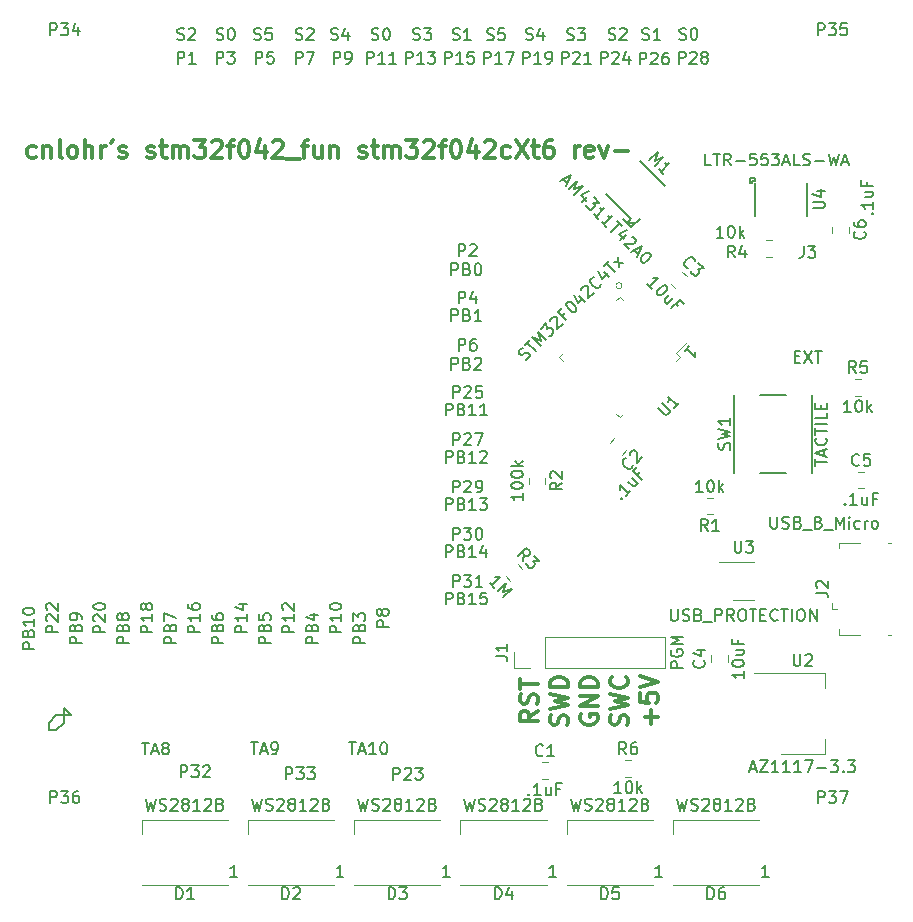
<source format=gbr>
G04 #@! TF.GenerationSoftware,KiCad,Pcbnew,5.1.5-52549c5~84~ubuntu18.04.1*
G04 #@! TF.CreationDate,2020-03-15T21:10:30-07:00*
G04 #@! TF.ProjectId,stm32f042cXt6_demo,73746d33-3266-4303-9432-635874365f64,rev?*
G04 #@! TF.SameCoordinates,Original*
G04 #@! TF.FileFunction,Legend,Top*
G04 #@! TF.FilePolarity,Positive*
%FSLAX46Y46*%
G04 Gerber Fmt 4.6, Leading zero omitted, Abs format (unit mm)*
G04 Created by KiCad (PCBNEW 5.1.5-52549c5~84~ubuntu18.04.1) date 2020-03-15 21:10:30*
%MOMM*%
%LPD*%
G04 APERTURE LIST*
%ADD10C,0.300000*%
%ADD11C,0.203200*%
%ADD12C,0.120000*%
%ADD13C,0.150000*%
G04 APERTURE END LIST*
D10*
X32574999Y-36557142D02*
X32432142Y-36628571D01*
X32146428Y-36628571D01*
X32003571Y-36557142D01*
X31932142Y-36485714D01*
X31860714Y-36342857D01*
X31860714Y-35914285D01*
X31932142Y-35771428D01*
X32003571Y-35700000D01*
X32146428Y-35628571D01*
X32432142Y-35628571D01*
X32574999Y-35700000D01*
X33217857Y-35628571D02*
X33217857Y-36628571D01*
X33217857Y-35771428D02*
X33289285Y-35700000D01*
X33432142Y-35628571D01*
X33646428Y-35628571D01*
X33789285Y-35700000D01*
X33860714Y-35842857D01*
X33860714Y-36628571D01*
X34789285Y-36628571D02*
X34646428Y-36557142D01*
X34574999Y-36414285D01*
X34574999Y-35128571D01*
X35574999Y-36628571D02*
X35432142Y-36557142D01*
X35360714Y-36485714D01*
X35289285Y-36342857D01*
X35289285Y-35914285D01*
X35360714Y-35771428D01*
X35432142Y-35700000D01*
X35574999Y-35628571D01*
X35789285Y-35628571D01*
X35932142Y-35700000D01*
X36003571Y-35771428D01*
X36074999Y-35914285D01*
X36074999Y-36342857D01*
X36003571Y-36485714D01*
X35932142Y-36557142D01*
X35789285Y-36628571D01*
X35574999Y-36628571D01*
X36717857Y-36628571D02*
X36717857Y-35128571D01*
X37360714Y-36628571D02*
X37360714Y-35842857D01*
X37289285Y-35700000D01*
X37146428Y-35628571D01*
X36932142Y-35628571D01*
X36789285Y-35700000D01*
X36717857Y-35771428D01*
X38074999Y-36628571D02*
X38074999Y-35628571D01*
X38074999Y-35914285D02*
X38146428Y-35771428D01*
X38217857Y-35700000D01*
X38360714Y-35628571D01*
X38503571Y-35628571D01*
X39074999Y-35128571D02*
X38932142Y-35414285D01*
X39646428Y-36557142D02*
X39789285Y-36628571D01*
X40074999Y-36628571D01*
X40217857Y-36557142D01*
X40289285Y-36414285D01*
X40289285Y-36342857D01*
X40217857Y-36200000D01*
X40074999Y-36128571D01*
X39860714Y-36128571D01*
X39717857Y-36057142D01*
X39646428Y-35914285D01*
X39646428Y-35842857D01*
X39717857Y-35700000D01*
X39860714Y-35628571D01*
X40074999Y-35628571D01*
X40217857Y-35700000D01*
X42003571Y-36557142D02*
X42146428Y-36628571D01*
X42432142Y-36628571D01*
X42574999Y-36557142D01*
X42646428Y-36414285D01*
X42646428Y-36342857D01*
X42574999Y-36200000D01*
X42432142Y-36128571D01*
X42217857Y-36128571D01*
X42074999Y-36057142D01*
X42003571Y-35914285D01*
X42003571Y-35842857D01*
X42074999Y-35700000D01*
X42217857Y-35628571D01*
X42432142Y-35628571D01*
X42574999Y-35700000D01*
X43074999Y-35628571D02*
X43646428Y-35628571D01*
X43289285Y-35128571D02*
X43289285Y-36414285D01*
X43360714Y-36557142D01*
X43503571Y-36628571D01*
X43646428Y-36628571D01*
X44146428Y-36628571D02*
X44146428Y-35628571D01*
X44146428Y-35771428D02*
X44217857Y-35700000D01*
X44360714Y-35628571D01*
X44574999Y-35628571D01*
X44717857Y-35700000D01*
X44789285Y-35842857D01*
X44789285Y-36628571D01*
X44789285Y-35842857D02*
X44860714Y-35700000D01*
X45003571Y-35628571D01*
X45217857Y-35628571D01*
X45360714Y-35700000D01*
X45432142Y-35842857D01*
X45432142Y-36628571D01*
X46003571Y-35128571D02*
X46932142Y-35128571D01*
X46432142Y-35700000D01*
X46646428Y-35700000D01*
X46789285Y-35771428D01*
X46860714Y-35842857D01*
X46932142Y-35985714D01*
X46932142Y-36342857D01*
X46860714Y-36485714D01*
X46789285Y-36557142D01*
X46646428Y-36628571D01*
X46217857Y-36628571D01*
X46074999Y-36557142D01*
X46003571Y-36485714D01*
X47503571Y-35271428D02*
X47574999Y-35200000D01*
X47717857Y-35128571D01*
X48074999Y-35128571D01*
X48217857Y-35200000D01*
X48289285Y-35271428D01*
X48360714Y-35414285D01*
X48360714Y-35557142D01*
X48289285Y-35771428D01*
X47432142Y-36628571D01*
X48360714Y-36628571D01*
X48789285Y-35628571D02*
X49360714Y-35628571D01*
X49003571Y-36628571D02*
X49003571Y-35342857D01*
X49074999Y-35200000D01*
X49217857Y-35128571D01*
X49360714Y-35128571D01*
X50146428Y-35128571D02*
X50289285Y-35128571D01*
X50432142Y-35200000D01*
X50503571Y-35271428D01*
X50574999Y-35414285D01*
X50646428Y-35700000D01*
X50646428Y-36057142D01*
X50574999Y-36342857D01*
X50503571Y-36485714D01*
X50432142Y-36557142D01*
X50289285Y-36628571D01*
X50146428Y-36628571D01*
X50003571Y-36557142D01*
X49932142Y-36485714D01*
X49860714Y-36342857D01*
X49789285Y-36057142D01*
X49789285Y-35700000D01*
X49860714Y-35414285D01*
X49932142Y-35271428D01*
X50003571Y-35200000D01*
X50146428Y-35128571D01*
X51932142Y-35628571D02*
X51932142Y-36628571D01*
X51574999Y-35057142D02*
X51217857Y-36128571D01*
X52146428Y-36128571D01*
X52646428Y-35271428D02*
X52717857Y-35200000D01*
X52860714Y-35128571D01*
X53217857Y-35128571D01*
X53360714Y-35200000D01*
X53432142Y-35271428D01*
X53503571Y-35414285D01*
X53503571Y-35557142D01*
X53432142Y-35771428D01*
X52574999Y-36628571D01*
X53503571Y-36628571D01*
X53789285Y-36771428D02*
X54932142Y-36771428D01*
X55074999Y-35628571D02*
X55646428Y-35628571D01*
X55289285Y-36628571D02*
X55289285Y-35342857D01*
X55360714Y-35200000D01*
X55503571Y-35128571D01*
X55646428Y-35128571D01*
X56789285Y-35628571D02*
X56789285Y-36628571D01*
X56146428Y-35628571D02*
X56146428Y-36414285D01*
X56217857Y-36557142D01*
X56360714Y-36628571D01*
X56575000Y-36628571D01*
X56717857Y-36557142D01*
X56789285Y-36485714D01*
X57503571Y-35628571D02*
X57503571Y-36628571D01*
X57503571Y-35771428D02*
X57575000Y-35700000D01*
X57717857Y-35628571D01*
X57932142Y-35628571D01*
X58075000Y-35700000D01*
X58146428Y-35842857D01*
X58146428Y-36628571D01*
X59932142Y-36557142D02*
X60075000Y-36628571D01*
X60360714Y-36628571D01*
X60503571Y-36557142D01*
X60575000Y-36414285D01*
X60575000Y-36342857D01*
X60503571Y-36200000D01*
X60360714Y-36128571D01*
X60146428Y-36128571D01*
X60003571Y-36057142D01*
X59932142Y-35914285D01*
X59932142Y-35842857D01*
X60003571Y-35700000D01*
X60146428Y-35628571D01*
X60360714Y-35628571D01*
X60503571Y-35700000D01*
X61003571Y-35628571D02*
X61574999Y-35628571D01*
X61217857Y-35128571D02*
X61217857Y-36414285D01*
X61289285Y-36557142D01*
X61432142Y-36628571D01*
X61574999Y-36628571D01*
X62075000Y-36628571D02*
X62075000Y-35628571D01*
X62075000Y-35771428D02*
X62146428Y-35700000D01*
X62289285Y-35628571D01*
X62503571Y-35628571D01*
X62646428Y-35700000D01*
X62717857Y-35842857D01*
X62717857Y-36628571D01*
X62717857Y-35842857D02*
X62789285Y-35700000D01*
X62932142Y-35628571D01*
X63146428Y-35628571D01*
X63289285Y-35700000D01*
X63360714Y-35842857D01*
X63360714Y-36628571D01*
X63932142Y-35128571D02*
X64860714Y-35128571D01*
X64360714Y-35700000D01*
X64575000Y-35700000D01*
X64717857Y-35771428D01*
X64789285Y-35842857D01*
X64860714Y-35985714D01*
X64860714Y-36342857D01*
X64789285Y-36485714D01*
X64717857Y-36557142D01*
X64575000Y-36628571D01*
X64146428Y-36628571D01*
X64003571Y-36557142D01*
X63932142Y-36485714D01*
X65432142Y-35271428D02*
X65503571Y-35200000D01*
X65646428Y-35128571D01*
X66003571Y-35128571D01*
X66146428Y-35200000D01*
X66217857Y-35271428D01*
X66289285Y-35414285D01*
X66289285Y-35557142D01*
X66217857Y-35771428D01*
X65360714Y-36628571D01*
X66289285Y-36628571D01*
X66717857Y-35628571D02*
X67289285Y-35628571D01*
X66932142Y-36628571D02*
X66932142Y-35342857D01*
X67003571Y-35200000D01*
X67146428Y-35128571D01*
X67289285Y-35128571D01*
X68075000Y-35128571D02*
X68217857Y-35128571D01*
X68360714Y-35200000D01*
X68432142Y-35271428D01*
X68503571Y-35414285D01*
X68575000Y-35700000D01*
X68575000Y-36057142D01*
X68503571Y-36342857D01*
X68432142Y-36485714D01*
X68360714Y-36557142D01*
X68217857Y-36628571D01*
X68075000Y-36628571D01*
X67932142Y-36557142D01*
X67860714Y-36485714D01*
X67789285Y-36342857D01*
X67717857Y-36057142D01*
X67717857Y-35700000D01*
X67789285Y-35414285D01*
X67860714Y-35271428D01*
X67932142Y-35200000D01*
X68075000Y-35128571D01*
X69860714Y-35628571D02*
X69860714Y-36628571D01*
X69503571Y-35057142D02*
X69146428Y-36128571D01*
X70075000Y-36128571D01*
X70574999Y-35271428D02*
X70646428Y-35200000D01*
X70789285Y-35128571D01*
X71146428Y-35128571D01*
X71289285Y-35200000D01*
X71360714Y-35271428D01*
X71432142Y-35414285D01*
X71432142Y-35557142D01*
X71360714Y-35771428D01*
X70503571Y-36628571D01*
X71432142Y-36628571D01*
X72717857Y-36557142D02*
X72574999Y-36628571D01*
X72289285Y-36628571D01*
X72146428Y-36557142D01*
X72074999Y-36485714D01*
X72003571Y-36342857D01*
X72003571Y-35914285D01*
X72074999Y-35771428D01*
X72146428Y-35700000D01*
X72289285Y-35628571D01*
X72574999Y-35628571D01*
X72717857Y-35700000D01*
X73217857Y-35128571D02*
X74217857Y-36628571D01*
X74217857Y-35128571D02*
X73217857Y-36628571D01*
X74574999Y-35628571D02*
X75146428Y-35628571D01*
X74789285Y-35128571D02*
X74789285Y-36414285D01*
X74860714Y-36557142D01*
X75003571Y-36628571D01*
X75146428Y-36628571D01*
X76289285Y-35128571D02*
X76003571Y-35128571D01*
X75860714Y-35200000D01*
X75789285Y-35271428D01*
X75646428Y-35485714D01*
X75574999Y-35771428D01*
X75574999Y-36342857D01*
X75646428Y-36485714D01*
X75717857Y-36557142D01*
X75860714Y-36628571D01*
X76146428Y-36628571D01*
X76289285Y-36557142D01*
X76360714Y-36485714D01*
X76432142Y-36342857D01*
X76432142Y-35985714D01*
X76360714Y-35842857D01*
X76289285Y-35771428D01*
X76146428Y-35700000D01*
X75860714Y-35700000D01*
X75717857Y-35771428D01*
X75646428Y-35842857D01*
X75574999Y-35985714D01*
X78217857Y-36628571D02*
X78217857Y-35628571D01*
X78217857Y-35914285D02*
X78289285Y-35771428D01*
X78360714Y-35700000D01*
X78503571Y-35628571D01*
X78646428Y-35628571D01*
X79717857Y-36557142D02*
X79574999Y-36628571D01*
X79289285Y-36628571D01*
X79146428Y-36557142D01*
X79074999Y-36414285D01*
X79074999Y-35842857D01*
X79146428Y-35700000D01*
X79289285Y-35628571D01*
X79574999Y-35628571D01*
X79717857Y-35700000D01*
X79789285Y-35842857D01*
X79789285Y-35985714D01*
X79074999Y-36128571D01*
X80289285Y-35628571D02*
X80646428Y-36628571D01*
X81003571Y-35628571D01*
X81574999Y-36057142D02*
X82717857Y-36057142D01*
X75053571Y-83446428D02*
X74339285Y-83946428D01*
X75053571Y-84303571D02*
X73553571Y-84303571D01*
X73553571Y-83732142D01*
X73625000Y-83589285D01*
X73696428Y-83517857D01*
X73839285Y-83446428D01*
X74053571Y-83446428D01*
X74196428Y-83517857D01*
X74267857Y-83589285D01*
X74339285Y-83732142D01*
X74339285Y-84303571D01*
X74982142Y-82875000D02*
X75053571Y-82660714D01*
X75053571Y-82303571D01*
X74982142Y-82160714D01*
X74910714Y-82089285D01*
X74767857Y-82017857D01*
X74625000Y-82017857D01*
X74482142Y-82089285D01*
X74410714Y-82160714D01*
X74339285Y-82303571D01*
X74267857Y-82589285D01*
X74196428Y-82732142D01*
X74125000Y-82803571D01*
X73982142Y-82875000D01*
X73839285Y-82875000D01*
X73696428Y-82803571D01*
X73625000Y-82732142D01*
X73553571Y-82589285D01*
X73553571Y-82232142D01*
X73625000Y-82017857D01*
X73553571Y-81589285D02*
X73553571Y-80732142D01*
X75053571Y-81160714D02*
X73553571Y-81160714D01*
X77532142Y-84660714D02*
X77603571Y-84446428D01*
X77603571Y-84089285D01*
X77532142Y-83946428D01*
X77460714Y-83875000D01*
X77317857Y-83803571D01*
X77175000Y-83803571D01*
X77032142Y-83875000D01*
X76960714Y-83946428D01*
X76889285Y-84089285D01*
X76817857Y-84375000D01*
X76746428Y-84517857D01*
X76675000Y-84589285D01*
X76532142Y-84660714D01*
X76389285Y-84660714D01*
X76246428Y-84589285D01*
X76175000Y-84517857D01*
X76103571Y-84375000D01*
X76103571Y-84017857D01*
X76175000Y-83803571D01*
X76103571Y-83303571D02*
X77603571Y-82946428D01*
X76532142Y-82660714D01*
X77603571Y-82375000D01*
X76103571Y-82017857D01*
X77603571Y-81446428D02*
X76103571Y-81446428D01*
X76103571Y-81089285D01*
X76175000Y-80875000D01*
X76317857Y-80732142D01*
X76460714Y-80660714D01*
X76746428Y-80589285D01*
X76960714Y-80589285D01*
X77246428Y-80660714D01*
X77389285Y-80732142D01*
X77532142Y-80875000D01*
X77603571Y-81089285D01*
X77603571Y-81446428D01*
X78725000Y-83767857D02*
X78653571Y-83910714D01*
X78653571Y-84125000D01*
X78725000Y-84339285D01*
X78867857Y-84482142D01*
X79010714Y-84553571D01*
X79296428Y-84625000D01*
X79510714Y-84625000D01*
X79796428Y-84553571D01*
X79939285Y-84482142D01*
X80082142Y-84339285D01*
X80153571Y-84125000D01*
X80153571Y-83982142D01*
X80082142Y-83767857D01*
X80010714Y-83696428D01*
X79510714Y-83696428D01*
X79510714Y-83982142D01*
X80153571Y-83053571D02*
X78653571Y-83053571D01*
X80153571Y-82196428D01*
X78653571Y-82196428D01*
X80153571Y-81482142D02*
X78653571Y-81482142D01*
X78653571Y-81125000D01*
X78725000Y-80910714D01*
X78867857Y-80767857D01*
X79010714Y-80696428D01*
X79296428Y-80625000D01*
X79510714Y-80625000D01*
X79796428Y-80696428D01*
X79939285Y-80767857D01*
X80082142Y-80910714D01*
X80153571Y-81125000D01*
X80153571Y-81482142D01*
X82632142Y-84660714D02*
X82703571Y-84446428D01*
X82703571Y-84089285D01*
X82632142Y-83946428D01*
X82560714Y-83875000D01*
X82417857Y-83803571D01*
X82275000Y-83803571D01*
X82132142Y-83875000D01*
X82060714Y-83946428D01*
X81989285Y-84089285D01*
X81917857Y-84375000D01*
X81846428Y-84517857D01*
X81775000Y-84589285D01*
X81632142Y-84660714D01*
X81489285Y-84660714D01*
X81346428Y-84589285D01*
X81275000Y-84517857D01*
X81203571Y-84375000D01*
X81203571Y-84017857D01*
X81275000Y-83803571D01*
X81203571Y-83303571D02*
X82703571Y-82946428D01*
X81632142Y-82660714D01*
X82703571Y-82375000D01*
X81203571Y-82017857D01*
X82560714Y-80589285D02*
X82632142Y-80660714D01*
X82703571Y-80875000D01*
X82703571Y-81017857D01*
X82632142Y-81232142D01*
X82489285Y-81375000D01*
X82346428Y-81446428D01*
X82060714Y-81517857D01*
X81846428Y-81517857D01*
X81560714Y-81446428D01*
X81417857Y-81375000D01*
X81275000Y-81232142D01*
X81203571Y-81017857D01*
X81203571Y-80875000D01*
X81275000Y-80660714D01*
X81346428Y-80589285D01*
X84682142Y-84553571D02*
X84682142Y-83410714D01*
X85253571Y-83982142D02*
X84110714Y-83982142D01*
X83753571Y-81982142D02*
X83753571Y-82696428D01*
X84467857Y-82767857D01*
X84396428Y-82696428D01*
X84325000Y-82553571D01*
X84325000Y-82196428D01*
X84396428Y-82053571D01*
X84467857Y-81982142D01*
X84610714Y-81910714D01*
X84967857Y-81910714D01*
X85110714Y-81982142D01*
X85182142Y-82053571D01*
X85253571Y-82196428D01*
X85253571Y-82553571D01*
X85182142Y-82696428D01*
X85110714Y-82767857D01*
X83753571Y-81482142D02*
X85253571Y-80982142D01*
X83753571Y-80482142D01*
D11*
X34290000Y-85090000D02*
X33655000Y-85090000D01*
X34925000Y-84455000D02*
X34290000Y-85090000D01*
X34925000Y-83185000D02*
X34925000Y-84455000D01*
X35560000Y-83820000D02*
X34925000Y-83185000D01*
X34290000Y-83820000D02*
X35560000Y-83820000D01*
X33655000Y-84455000D02*
X34290000Y-83820000D01*
X33655000Y-85090000D02*
X33655000Y-84455000D01*
D12*
X82198070Y-47470000D02*
G75*
G03X82198070Y-47470000I-258070J0D01*
G01*
D13*
X87508087Y-53012148D02*
X87912148Y-52608087D01*
X87710118Y-52810118D02*
X88417225Y-53517225D01*
X88383553Y-53348866D01*
X88383553Y-53214179D01*
X88417225Y-53113164D01*
D12*
X75413748Y-89210000D02*
X75936252Y-89210000D01*
X75413748Y-87790000D02*
X75936252Y-87790000D01*
X81532687Y-60388221D02*
X81163221Y-60757687D01*
X82536779Y-61392313D02*
X82167313Y-61761779D01*
X86313221Y-47317313D02*
X86682687Y-47686779D01*
X87317313Y-46313221D02*
X87686779Y-46682687D01*
X91135000Y-79286252D02*
X91135000Y-78763748D01*
X89715000Y-79286252D02*
X89715000Y-78763748D01*
X41520000Y-92700000D02*
X41520000Y-93850000D01*
X48820000Y-92700000D02*
X41520000Y-92700000D01*
X48820000Y-98200000D02*
X41520000Y-98200000D01*
X50520000Y-92700000D02*
X50520000Y-93850000D01*
X57820000Y-92700000D02*
X50520000Y-92700000D01*
X57820000Y-98200000D02*
X50520000Y-98200000D01*
X59520000Y-92700000D02*
X59520000Y-93850000D01*
X66820000Y-92700000D02*
X59520000Y-92700000D01*
X66820000Y-98200000D02*
X59520000Y-98200000D01*
X68520000Y-92700000D02*
X68520000Y-93850000D01*
X75820000Y-92700000D02*
X68520000Y-92700000D01*
X75820000Y-98200000D02*
X68520000Y-98200000D01*
X77520000Y-92700000D02*
X77520000Y-93850000D01*
X84820000Y-92700000D02*
X77520000Y-92700000D01*
X84820000Y-98200000D02*
X77520000Y-98200000D01*
X86520000Y-92700000D02*
X86520000Y-93850000D01*
X93820000Y-92700000D02*
X86520000Y-92700000D01*
X93820000Y-98200000D02*
X86520000Y-98200000D01*
X73050000Y-79830000D02*
X73050000Y-78500000D01*
X74380000Y-79830000D02*
X73050000Y-79830000D01*
X75650000Y-79830000D02*
X75650000Y-77170000D01*
X75650000Y-77170000D02*
X85870000Y-77170000D01*
X75650000Y-79830000D02*
X85870000Y-79830000D01*
X85870000Y-79830000D02*
X85870000Y-77170000D01*
X89886252Y-65415000D02*
X89363748Y-65415000D01*
X89886252Y-66835000D02*
X89363748Y-66835000D01*
X74290000Y-63713748D02*
X74290000Y-64236252D01*
X75710000Y-63713748D02*
X75710000Y-64236252D01*
X72388221Y-72067313D02*
X72757687Y-72436779D01*
X73392313Y-71063221D02*
X73761779Y-71432687D01*
X86787113Y-53181802D02*
X87699281Y-52269634D01*
X87105311Y-53500000D02*
X86787113Y-53181802D01*
X86787113Y-53818198D02*
X87105311Y-53500000D01*
X82000000Y-58605311D02*
X81681802Y-58287113D01*
X82318198Y-58287113D02*
X82000000Y-58605311D01*
X82000000Y-48394689D02*
X82318198Y-48712887D01*
X81681802Y-48712887D02*
X82000000Y-48394689D01*
X76894689Y-53500000D02*
X77212887Y-53818198D01*
X77212887Y-53181802D02*
X76894689Y-53500000D01*
D13*
X91700000Y-63300000D02*
X91700000Y-56700000D01*
X98300000Y-63300000D02*
X98300000Y-56700000D01*
X96100000Y-56700000D02*
X93900000Y-56700000D01*
X93900000Y-63300000D02*
X96100000Y-63300000D01*
D12*
X93390000Y-80280000D02*
X99400000Y-80280000D01*
X95640000Y-87100000D02*
X99400000Y-87100000D01*
X99400000Y-80280000D02*
X99400000Y-81540000D01*
X99400000Y-87100000D02*
X99400000Y-85840000D01*
X99987500Y-74820000D02*
X100437500Y-74820000D01*
X99987500Y-74820000D02*
X99987500Y-74370000D01*
X100537500Y-69220000D02*
X100537500Y-69670000D01*
X102387500Y-69220000D02*
X100537500Y-69220000D01*
X104937500Y-77020000D02*
X104687500Y-77020000D01*
X104937500Y-69220000D02*
X104687500Y-69220000D01*
X102387500Y-77020000D02*
X100537500Y-77020000D01*
X100537500Y-77020000D02*
X100537500Y-76570000D01*
X93400000Y-70890000D02*
X90450000Y-70890000D01*
X91600000Y-74110000D02*
X93400000Y-74110000D01*
X102178748Y-64620000D02*
X102701252Y-64620000D01*
X102178748Y-63200000D02*
X102701252Y-63200000D01*
X100010000Y-42463747D02*
X100010000Y-42986251D01*
X101430000Y-42463747D02*
X101430000Y-42986251D01*
D13*
X83340000Y-42178427D02*
X82632893Y-42178427D01*
X82986447Y-41824874D02*
X82632893Y-42178427D01*
X82986447Y-42531981D02*
X82279340Y-41824874D01*
X83693553Y-41824874D02*
X82986447Y-42531981D01*
X80865126Y-39703553D02*
X82986447Y-41824874D01*
X85814874Y-38996447D02*
X83693553Y-36875126D01*
D12*
X94936251Y-43610000D02*
X94413747Y-43610000D01*
X94936251Y-45030000D02*
X94413747Y-45030000D01*
X101908748Y-56760000D02*
X102431252Y-56760000D01*
X101908748Y-55340000D02*
X102431252Y-55340000D01*
D13*
X93440000Y-38360000D02*
X93440000Y-38560000D01*
X93040000Y-38360000D02*
X93440000Y-38360000D01*
X93040000Y-38760000D02*
X93040000Y-38360000D01*
X93240000Y-38760000D02*
X93040000Y-38760000D01*
X93440000Y-38560000D02*
X93240000Y-38560000D01*
X93240000Y-38760000D02*
X93240000Y-38560000D01*
X97840000Y-41560000D02*
X97840000Y-38760000D01*
X93440000Y-41560000D02*
X93440000Y-38760000D01*
D12*
X82463748Y-89035000D02*
X82986252Y-89035000D01*
X82463748Y-87615000D02*
X82986252Y-87615000D01*
D13*
X75508333Y-87207142D02*
X75460714Y-87254761D01*
X75317857Y-87302380D01*
X75222619Y-87302380D01*
X75079761Y-87254761D01*
X74984523Y-87159523D01*
X74936904Y-87064285D01*
X74889285Y-86873809D01*
X74889285Y-86730952D01*
X74936904Y-86540476D01*
X74984523Y-86445238D01*
X75079761Y-86350000D01*
X75222619Y-86302380D01*
X75317857Y-86302380D01*
X75460714Y-86350000D01*
X75508333Y-86397619D01*
X76460714Y-87302380D02*
X75889285Y-87302380D01*
X76175000Y-87302380D02*
X76175000Y-86302380D01*
X76079761Y-86445238D01*
X75984523Y-86540476D01*
X75889285Y-86588095D01*
X74317857Y-90507142D02*
X74365476Y-90554761D01*
X74317857Y-90602380D01*
X74270238Y-90554761D01*
X74317857Y-90507142D01*
X74317857Y-90602380D01*
X75317857Y-90602380D02*
X74746428Y-90602380D01*
X75032142Y-90602380D02*
X75032142Y-89602380D01*
X74936904Y-89745238D01*
X74841666Y-89840476D01*
X74746428Y-89888095D01*
X76175000Y-89935714D02*
X76175000Y-90602380D01*
X75746428Y-89935714D02*
X75746428Y-90459523D01*
X75794047Y-90554761D01*
X75889285Y-90602380D01*
X76032142Y-90602380D01*
X76127380Y-90554761D01*
X76175000Y-90507142D01*
X76984523Y-90078571D02*
X76651190Y-90078571D01*
X76651190Y-90602380D02*
X76651190Y-89602380D01*
X77127380Y-89602380D01*
X83151413Y-62612115D02*
X83151413Y-62679458D01*
X83084069Y-62814145D01*
X83016726Y-62881489D01*
X82882038Y-62948832D01*
X82747351Y-62948832D01*
X82646336Y-62915161D01*
X82477977Y-62814145D01*
X82376962Y-62713130D01*
X82275947Y-62544771D01*
X82242275Y-62443756D01*
X82242275Y-62309069D01*
X82309619Y-62174382D01*
X82376962Y-62107038D01*
X82511649Y-62039695D01*
X82578993Y-62039695D01*
X82848367Y-61770321D02*
X82848367Y-61702977D01*
X82882038Y-61601962D01*
X83050397Y-61433603D01*
X83151413Y-61399932D01*
X83218756Y-61399932D01*
X83319771Y-61433603D01*
X83387115Y-61500947D01*
X83454458Y-61635634D01*
X83454458Y-62443756D01*
X83892191Y-62006023D01*
X82142893Y-65462183D02*
X82210236Y-65462183D01*
X82210236Y-65529526D01*
X82142893Y-65529526D01*
X82142893Y-65462183D01*
X82210236Y-65529526D01*
X82917343Y-64822419D02*
X82513282Y-65226480D01*
X82715312Y-65024450D02*
X82008206Y-64317343D01*
X82041877Y-64485702D01*
X82041877Y-64620389D01*
X82008206Y-64721404D01*
X83052030Y-63744923D02*
X83523435Y-64216328D01*
X82748984Y-64047969D02*
X83119374Y-64418358D01*
X83220389Y-64452030D01*
X83321404Y-64418358D01*
X83422419Y-64317343D01*
X83456091Y-64216328D01*
X83456091Y-64148984D01*
X83725465Y-63273519D02*
X83489763Y-63509221D01*
X83860152Y-63879610D02*
X83153045Y-63172503D01*
X83489763Y-62835786D01*
X87796336Y-45967961D02*
X87728993Y-45967961D01*
X87594306Y-45900617D01*
X87526962Y-45833274D01*
X87459619Y-45698586D01*
X87459619Y-45563899D01*
X87493290Y-45462884D01*
X87594306Y-45294525D01*
X87695321Y-45193510D01*
X87863680Y-45092495D01*
X87964695Y-45058823D01*
X88099382Y-45058823D01*
X88234069Y-45126167D01*
X88301413Y-45193510D01*
X88368756Y-45328197D01*
X88368756Y-45395541D01*
X88671802Y-45563899D02*
X89109535Y-46001632D01*
X88604458Y-46035304D01*
X88705474Y-46136319D01*
X88739145Y-46237335D01*
X88739145Y-46304678D01*
X88705474Y-46405693D01*
X88537115Y-46574052D01*
X88436100Y-46607724D01*
X88368756Y-46607724D01*
X88267741Y-46574052D01*
X88065710Y-46372022D01*
X88032038Y-46271006D01*
X88032038Y-46203663D01*
X84755777Y-47728993D02*
X84351716Y-47324932D01*
X84553747Y-47526962D02*
X85260854Y-46819855D01*
X85092495Y-46853527D01*
X84957808Y-46853527D01*
X84856793Y-46819855D01*
X85900617Y-47459619D02*
X85967961Y-47526962D01*
X86001632Y-47627977D01*
X86001632Y-47695321D01*
X85967961Y-47796336D01*
X85866945Y-47964695D01*
X85698586Y-48133054D01*
X85530228Y-48234069D01*
X85429212Y-48267741D01*
X85361869Y-48267741D01*
X85260854Y-48234069D01*
X85193510Y-48166726D01*
X85159838Y-48065710D01*
X85159838Y-47998367D01*
X85193510Y-47897351D01*
X85294525Y-47728993D01*
X85462884Y-47560634D01*
X85631243Y-47459619D01*
X85732258Y-47425947D01*
X85799602Y-47425947D01*
X85900617Y-47459619D01*
X86506709Y-48537115D02*
X86035304Y-49008519D01*
X86203663Y-48234069D02*
X85833274Y-48604458D01*
X85799602Y-48705474D01*
X85833274Y-48806489D01*
X85934289Y-48907504D01*
X86035304Y-48941176D01*
X86102648Y-48941176D01*
X86978113Y-49210550D02*
X86742411Y-48974848D01*
X86372022Y-49345237D02*
X87079128Y-48638130D01*
X87415846Y-48974848D01*
X89132142Y-79191666D02*
X89179761Y-79239285D01*
X89227380Y-79382142D01*
X89227380Y-79477380D01*
X89179761Y-79620238D01*
X89084523Y-79715476D01*
X88989285Y-79763095D01*
X88798809Y-79810714D01*
X88655952Y-79810714D01*
X88465476Y-79763095D01*
X88370238Y-79715476D01*
X88275000Y-79620238D01*
X88227380Y-79477380D01*
X88227380Y-79382142D01*
X88275000Y-79239285D01*
X88322619Y-79191666D01*
X88560714Y-78334523D02*
X89227380Y-78334523D01*
X88179761Y-78572619D02*
X88894047Y-78810714D01*
X88894047Y-78191666D01*
X92527380Y-80096428D02*
X92527380Y-80667857D01*
X92527380Y-80382142D02*
X91527380Y-80382142D01*
X91670238Y-80477380D01*
X91765476Y-80572619D01*
X91813095Y-80667857D01*
X91527380Y-79477380D02*
X91527380Y-79382142D01*
X91575000Y-79286904D01*
X91622619Y-79239285D01*
X91717857Y-79191666D01*
X91908333Y-79144047D01*
X92146428Y-79144047D01*
X92336904Y-79191666D01*
X92432142Y-79239285D01*
X92479761Y-79286904D01*
X92527380Y-79382142D01*
X92527380Y-79477380D01*
X92479761Y-79572619D01*
X92432142Y-79620238D01*
X92336904Y-79667857D01*
X92146428Y-79715476D01*
X91908333Y-79715476D01*
X91717857Y-79667857D01*
X91622619Y-79620238D01*
X91575000Y-79572619D01*
X91527380Y-79477380D01*
X91860714Y-78286904D02*
X92527380Y-78286904D01*
X91860714Y-78715476D02*
X92384523Y-78715476D01*
X92479761Y-78667857D01*
X92527380Y-78572619D01*
X92527380Y-78429761D01*
X92479761Y-78334523D01*
X92432142Y-78286904D01*
X92003571Y-77477380D02*
X92003571Y-77810714D01*
X92527380Y-77810714D02*
X91527380Y-77810714D01*
X91527380Y-77334523D01*
X44431904Y-99402380D02*
X44431904Y-98402380D01*
X44670000Y-98402380D01*
X44812857Y-98450000D01*
X44908095Y-98545238D01*
X44955714Y-98640476D01*
X45003333Y-98830952D01*
X45003333Y-98973809D01*
X44955714Y-99164285D01*
X44908095Y-99259523D01*
X44812857Y-99354761D01*
X44670000Y-99402380D01*
X44431904Y-99402380D01*
X45955714Y-99402380D02*
X45384285Y-99402380D01*
X45670000Y-99402380D02*
X45670000Y-98402380D01*
X45574761Y-98545238D01*
X45479523Y-98640476D01*
X45384285Y-98688095D01*
X41860476Y-90902380D02*
X42098571Y-91902380D01*
X42289047Y-91188095D01*
X42479523Y-91902380D01*
X42717619Y-90902380D01*
X43050952Y-91854761D02*
X43193809Y-91902380D01*
X43431904Y-91902380D01*
X43527142Y-91854761D01*
X43574761Y-91807142D01*
X43622380Y-91711904D01*
X43622380Y-91616666D01*
X43574761Y-91521428D01*
X43527142Y-91473809D01*
X43431904Y-91426190D01*
X43241428Y-91378571D01*
X43146190Y-91330952D01*
X43098571Y-91283333D01*
X43050952Y-91188095D01*
X43050952Y-91092857D01*
X43098571Y-90997619D01*
X43146190Y-90950000D01*
X43241428Y-90902380D01*
X43479523Y-90902380D01*
X43622380Y-90950000D01*
X44003333Y-90997619D02*
X44050952Y-90950000D01*
X44146190Y-90902380D01*
X44384285Y-90902380D01*
X44479523Y-90950000D01*
X44527142Y-90997619D01*
X44574761Y-91092857D01*
X44574761Y-91188095D01*
X44527142Y-91330952D01*
X43955714Y-91902380D01*
X44574761Y-91902380D01*
X45146190Y-91330952D02*
X45050952Y-91283333D01*
X45003333Y-91235714D01*
X44955714Y-91140476D01*
X44955714Y-91092857D01*
X45003333Y-90997619D01*
X45050952Y-90950000D01*
X45146190Y-90902380D01*
X45336666Y-90902380D01*
X45431904Y-90950000D01*
X45479523Y-90997619D01*
X45527142Y-91092857D01*
X45527142Y-91140476D01*
X45479523Y-91235714D01*
X45431904Y-91283333D01*
X45336666Y-91330952D01*
X45146190Y-91330952D01*
X45050952Y-91378571D01*
X45003333Y-91426190D01*
X44955714Y-91521428D01*
X44955714Y-91711904D01*
X45003333Y-91807142D01*
X45050952Y-91854761D01*
X45146190Y-91902380D01*
X45336666Y-91902380D01*
X45431904Y-91854761D01*
X45479523Y-91807142D01*
X45527142Y-91711904D01*
X45527142Y-91521428D01*
X45479523Y-91426190D01*
X45431904Y-91378571D01*
X45336666Y-91330952D01*
X46479523Y-91902380D02*
X45908095Y-91902380D01*
X46193809Y-91902380D02*
X46193809Y-90902380D01*
X46098571Y-91045238D01*
X46003333Y-91140476D01*
X45908095Y-91188095D01*
X46860476Y-90997619D02*
X46908095Y-90950000D01*
X47003333Y-90902380D01*
X47241428Y-90902380D01*
X47336666Y-90950000D01*
X47384285Y-90997619D01*
X47431904Y-91092857D01*
X47431904Y-91188095D01*
X47384285Y-91330952D01*
X46812857Y-91902380D01*
X47431904Y-91902380D01*
X48193809Y-91378571D02*
X48336666Y-91426190D01*
X48384285Y-91473809D01*
X48431904Y-91569047D01*
X48431904Y-91711904D01*
X48384285Y-91807142D01*
X48336666Y-91854761D01*
X48241428Y-91902380D01*
X47860476Y-91902380D01*
X47860476Y-90902380D01*
X48193809Y-90902380D01*
X48289047Y-90950000D01*
X48336666Y-90997619D01*
X48384285Y-91092857D01*
X48384285Y-91188095D01*
X48336666Y-91283333D01*
X48289047Y-91330952D01*
X48193809Y-91378571D01*
X47860476Y-91378571D01*
X49605714Y-97502380D02*
X49034285Y-97502380D01*
X49320000Y-97502380D02*
X49320000Y-96502380D01*
X49224761Y-96645238D01*
X49129523Y-96740476D01*
X49034285Y-96788095D01*
X53431904Y-99402380D02*
X53431904Y-98402380D01*
X53670000Y-98402380D01*
X53812857Y-98450000D01*
X53908095Y-98545238D01*
X53955714Y-98640476D01*
X54003333Y-98830952D01*
X54003333Y-98973809D01*
X53955714Y-99164285D01*
X53908095Y-99259523D01*
X53812857Y-99354761D01*
X53670000Y-99402380D01*
X53431904Y-99402380D01*
X54384285Y-98497619D02*
X54431904Y-98450000D01*
X54527142Y-98402380D01*
X54765238Y-98402380D01*
X54860476Y-98450000D01*
X54908095Y-98497619D01*
X54955714Y-98592857D01*
X54955714Y-98688095D01*
X54908095Y-98830952D01*
X54336666Y-99402380D01*
X54955714Y-99402380D01*
X50860476Y-90902380D02*
X51098571Y-91902380D01*
X51289047Y-91188095D01*
X51479523Y-91902380D01*
X51717619Y-90902380D01*
X52050952Y-91854761D02*
X52193809Y-91902380D01*
X52431904Y-91902380D01*
X52527142Y-91854761D01*
X52574761Y-91807142D01*
X52622380Y-91711904D01*
X52622380Y-91616666D01*
X52574761Y-91521428D01*
X52527142Y-91473809D01*
X52431904Y-91426190D01*
X52241428Y-91378571D01*
X52146190Y-91330952D01*
X52098571Y-91283333D01*
X52050952Y-91188095D01*
X52050952Y-91092857D01*
X52098571Y-90997619D01*
X52146190Y-90950000D01*
X52241428Y-90902380D01*
X52479523Y-90902380D01*
X52622380Y-90950000D01*
X53003333Y-90997619D02*
X53050952Y-90950000D01*
X53146190Y-90902380D01*
X53384285Y-90902380D01*
X53479523Y-90950000D01*
X53527142Y-90997619D01*
X53574761Y-91092857D01*
X53574761Y-91188095D01*
X53527142Y-91330952D01*
X52955714Y-91902380D01*
X53574761Y-91902380D01*
X54146190Y-91330952D02*
X54050952Y-91283333D01*
X54003333Y-91235714D01*
X53955714Y-91140476D01*
X53955714Y-91092857D01*
X54003333Y-90997619D01*
X54050952Y-90950000D01*
X54146190Y-90902380D01*
X54336666Y-90902380D01*
X54431904Y-90950000D01*
X54479523Y-90997619D01*
X54527142Y-91092857D01*
X54527142Y-91140476D01*
X54479523Y-91235714D01*
X54431904Y-91283333D01*
X54336666Y-91330952D01*
X54146190Y-91330952D01*
X54050952Y-91378571D01*
X54003333Y-91426190D01*
X53955714Y-91521428D01*
X53955714Y-91711904D01*
X54003333Y-91807142D01*
X54050952Y-91854761D01*
X54146190Y-91902380D01*
X54336666Y-91902380D01*
X54431904Y-91854761D01*
X54479523Y-91807142D01*
X54527142Y-91711904D01*
X54527142Y-91521428D01*
X54479523Y-91426190D01*
X54431904Y-91378571D01*
X54336666Y-91330952D01*
X55479523Y-91902380D02*
X54908095Y-91902380D01*
X55193809Y-91902380D02*
X55193809Y-90902380D01*
X55098571Y-91045238D01*
X55003333Y-91140476D01*
X54908095Y-91188095D01*
X55860476Y-90997619D02*
X55908095Y-90950000D01*
X56003333Y-90902380D01*
X56241428Y-90902380D01*
X56336666Y-90950000D01*
X56384285Y-90997619D01*
X56431904Y-91092857D01*
X56431904Y-91188095D01*
X56384285Y-91330952D01*
X55812857Y-91902380D01*
X56431904Y-91902380D01*
X57193809Y-91378571D02*
X57336666Y-91426190D01*
X57384285Y-91473809D01*
X57431904Y-91569047D01*
X57431904Y-91711904D01*
X57384285Y-91807142D01*
X57336666Y-91854761D01*
X57241428Y-91902380D01*
X56860476Y-91902380D01*
X56860476Y-90902380D01*
X57193809Y-90902380D01*
X57289047Y-90950000D01*
X57336666Y-90997619D01*
X57384285Y-91092857D01*
X57384285Y-91188095D01*
X57336666Y-91283333D01*
X57289047Y-91330952D01*
X57193809Y-91378571D01*
X56860476Y-91378571D01*
X58605714Y-97502380D02*
X58034285Y-97502380D01*
X58320000Y-97502380D02*
X58320000Y-96502380D01*
X58224761Y-96645238D01*
X58129523Y-96740476D01*
X58034285Y-96788095D01*
X62431904Y-99402380D02*
X62431904Y-98402380D01*
X62670000Y-98402380D01*
X62812857Y-98450000D01*
X62908095Y-98545238D01*
X62955714Y-98640476D01*
X63003333Y-98830952D01*
X63003333Y-98973809D01*
X62955714Y-99164285D01*
X62908095Y-99259523D01*
X62812857Y-99354761D01*
X62670000Y-99402380D01*
X62431904Y-99402380D01*
X63336666Y-98402380D02*
X63955714Y-98402380D01*
X63622380Y-98783333D01*
X63765238Y-98783333D01*
X63860476Y-98830952D01*
X63908095Y-98878571D01*
X63955714Y-98973809D01*
X63955714Y-99211904D01*
X63908095Y-99307142D01*
X63860476Y-99354761D01*
X63765238Y-99402380D01*
X63479523Y-99402380D01*
X63384285Y-99354761D01*
X63336666Y-99307142D01*
X59860476Y-90902380D02*
X60098571Y-91902380D01*
X60289047Y-91188095D01*
X60479523Y-91902380D01*
X60717619Y-90902380D01*
X61050952Y-91854761D02*
X61193809Y-91902380D01*
X61431904Y-91902380D01*
X61527142Y-91854761D01*
X61574761Y-91807142D01*
X61622380Y-91711904D01*
X61622380Y-91616666D01*
X61574761Y-91521428D01*
X61527142Y-91473809D01*
X61431904Y-91426190D01*
X61241428Y-91378571D01*
X61146190Y-91330952D01*
X61098571Y-91283333D01*
X61050952Y-91188095D01*
X61050952Y-91092857D01*
X61098571Y-90997619D01*
X61146190Y-90950000D01*
X61241428Y-90902380D01*
X61479523Y-90902380D01*
X61622380Y-90950000D01*
X62003333Y-90997619D02*
X62050952Y-90950000D01*
X62146190Y-90902380D01*
X62384285Y-90902380D01*
X62479523Y-90950000D01*
X62527142Y-90997619D01*
X62574761Y-91092857D01*
X62574761Y-91188095D01*
X62527142Y-91330952D01*
X61955714Y-91902380D01*
X62574761Y-91902380D01*
X63146190Y-91330952D02*
X63050952Y-91283333D01*
X63003333Y-91235714D01*
X62955714Y-91140476D01*
X62955714Y-91092857D01*
X63003333Y-90997619D01*
X63050952Y-90950000D01*
X63146190Y-90902380D01*
X63336666Y-90902380D01*
X63431904Y-90950000D01*
X63479523Y-90997619D01*
X63527142Y-91092857D01*
X63527142Y-91140476D01*
X63479523Y-91235714D01*
X63431904Y-91283333D01*
X63336666Y-91330952D01*
X63146190Y-91330952D01*
X63050952Y-91378571D01*
X63003333Y-91426190D01*
X62955714Y-91521428D01*
X62955714Y-91711904D01*
X63003333Y-91807142D01*
X63050952Y-91854761D01*
X63146190Y-91902380D01*
X63336666Y-91902380D01*
X63431904Y-91854761D01*
X63479523Y-91807142D01*
X63527142Y-91711904D01*
X63527142Y-91521428D01*
X63479523Y-91426190D01*
X63431904Y-91378571D01*
X63336666Y-91330952D01*
X64479523Y-91902380D02*
X63908095Y-91902380D01*
X64193809Y-91902380D02*
X64193809Y-90902380D01*
X64098571Y-91045238D01*
X64003333Y-91140476D01*
X63908095Y-91188095D01*
X64860476Y-90997619D02*
X64908095Y-90950000D01*
X65003333Y-90902380D01*
X65241428Y-90902380D01*
X65336666Y-90950000D01*
X65384285Y-90997619D01*
X65431904Y-91092857D01*
X65431904Y-91188095D01*
X65384285Y-91330952D01*
X64812857Y-91902380D01*
X65431904Y-91902380D01*
X66193809Y-91378571D02*
X66336666Y-91426190D01*
X66384285Y-91473809D01*
X66431904Y-91569047D01*
X66431904Y-91711904D01*
X66384285Y-91807142D01*
X66336666Y-91854761D01*
X66241428Y-91902380D01*
X65860476Y-91902380D01*
X65860476Y-90902380D01*
X66193809Y-90902380D01*
X66289047Y-90950000D01*
X66336666Y-90997619D01*
X66384285Y-91092857D01*
X66384285Y-91188095D01*
X66336666Y-91283333D01*
X66289047Y-91330952D01*
X66193809Y-91378571D01*
X65860476Y-91378571D01*
X67605714Y-97502380D02*
X67034285Y-97502380D01*
X67320000Y-97502380D02*
X67320000Y-96502380D01*
X67224761Y-96645238D01*
X67129523Y-96740476D01*
X67034285Y-96788095D01*
X71431904Y-99402380D02*
X71431904Y-98402380D01*
X71670000Y-98402380D01*
X71812857Y-98450000D01*
X71908095Y-98545238D01*
X71955714Y-98640476D01*
X72003333Y-98830952D01*
X72003333Y-98973809D01*
X71955714Y-99164285D01*
X71908095Y-99259523D01*
X71812857Y-99354761D01*
X71670000Y-99402380D01*
X71431904Y-99402380D01*
X72860476Y-98735714D02*
X72860476Y-99402380D01*
X72622380Y-98354761D02*
X72384285Y-99069047D01*
X73003333Y-99069047D01*
X68860476Y-90902380D02*
X69098571Y-91902380D01*
X69289047Y-91188095D01*
X69479523Y-91902380D01*
X69717619Y-90902380D01*
X70050952Y-91854761D02*
X70193809Y-91902380D01*
X70431904Y-91902380D01*
X70527142Y-91854761D01*
X70574761Y-91807142D01*
X70622380Y-91711904D01*
X70622380Y-91616666D01*
X70574761Y-91521428D01*
X70527142Y-91473809D01*
X70431904Y-91426190D01*
X70241428Y-91378571D01*
X70146190Y-91330952D01*
X70098571Y-91283333D01*
X70050952Y-91188095D01*
X70050952Y-91092857D01*
X70098571Y-90997619D01*
X70146190Y-90950000D01*
X70241428Y-90902380D01*
X70479523Y-90902380D01*
X70622380Y-90950000D01*
X71003333Y-90997619D02*
X71050952Y-90950000D01*
X71146190Y-90902380D01*
X71384285Y-90902380D01*
X71479523Y-90950000D01*
X71527142Y-90997619D01*
X71574761Y-91092857D01*
X71574761Y-91188095D01*
X71527142Y-91330952D01*
X70955714Y-91902380D01*
X71574761Y-91902380D01*
X72146190Y-91330952D02*
X72050952Y-91283333D01*
X72003333Y-91235714D01*
X71955714Y-91140476D01*
X71955714Y-91092857D01*
X72003333Y-90997619D01*
X72050952Y-90950000D01*
X72146190Y-90902380D01*
X72336666Y-90902380D01*
X72431904Y-90950000D01*
X72479523Y-90997619D01*
X72527142Y-91092857D01*
X72527142Y-91140476D01*
X72479523Y-91235714D01*
X72431904Y-91283333D01*
X72336666Y-91330952D01*
X72146190Y-91330952D01*
X72050952Y-91378571D01*
X72003333Y-91426190D01*
X71955714Y-91521428D01*
X71955714Y-91711904D01*
X72003333Y-91807142D01*
X72050952Y-91854761D01*
X72146190Y-91902380D01*
X72336666Y-91902380D01*
X72431904Y-91854761D01*
X72479523Y-91807142D01*
X72527142Y-91711904D01*
X72527142Y-91521428D01*
X72479523Y-91426190D01*
X72431904Y-91378571D01*
X72336666Y-91330952D01*
X73479523Y-91902380D02*
X72908095Y-91902380D01*
X73193809Y-91902380D02*
X73193809Y-90902380D01*
X73098571Y-91045238D01*
X73003333Y-91140476D01*
X72908095Y-91188095D01*
X73860476Y-90997619D02*
X73908095Y-90950000D01*
X74003333Y-90902380D01*
X74241428Y-90902380D01*
X74336666Y-90950000D01*
X74384285Y-90997619D01*
X74431904Y-91092857D01*
X74431904Y-91188095D01*
X74384285Y-91330952D01*
X73812857Y-91902380D01*
X74431904Y-91902380D01*
X75193809Y-91378571D02*
X75336666Y-91426190D01*
X75384285Y-91473809D01*
X75431904Y-91569047D01*
X75431904Y-91711904D01*
X75384285Y-91807142D01*
X75336666Y-91854761D01*
X75241428Y-91902380D01*
X74860476Y-91902380D01*
X74860476Y-90902380D01*
X75193809Y-90902380D01*
X75289047Y-90950000D01*
X75336666Y-90997619D01*
X75384285Y-91092857D01*
X75384285Y-91188095D01*
X75336666Y-91283333D01*
X75289047Y-91330952D01*
X75193809Y-91378571D01*
X74860476Y-91378571D01*
X76605714Y-97502380D02*
X76034285Y-97502380D01*
X76320000Y-97502380D02*
X76320000Y-96502380D01*
X76224761Y-96645238D01*
X76129523Y-96740476D01*
X76034285Y-96788095D01*
X80431904Y-99402380D02*
X80431904Y-98402380D01*
X80670000Y-98402380D01*
X80812857Y-98450000D01*
X80908095Y-98545238D01*
X80955714Y-98640476D01*
X81003333Y-98830952D01*
X81003333Y-98973809D01*
X80955714Y-99164285D01*
X80908095Y-99259523D01*
X80812857Y-99354761D01*
X80670000Y-99402380D01*
X80431904Y-99402380D01*
X81908095Y-98402380D02*
X81431904Y-98402380D01*
X81384285Y-98878571D01*
X81431904Y-98830952D01*
X81527142Y-98783333D01*
X81765238Y-98783333D01*
X81860476Y-98830952D01*
X81908095Y-98878571D01*
X81955714Y-98973809D01*
X81955714Y-99211904D01*
X81908095Y-99307142D01*
X81860476Y-99354761D01*
X81765238Y-99402380D01*
X81527142Y-99402380D01*
X81431904Y-99354761D01*
X81384285Y-99307142D01*
X77860476Y-90902380D02*
X78098571Y-91902380D01*
X78289047Y-91188095D01*
X78479523Y-91902380D01*
X78717619Y-90902380D01*
X79050952Y-91854761D02*
X79193809Y-91902380D01*
X79431904Y-91902380D01*
X79527142Y-91854761D01*
X79574761Y-91807142D01*
X79622380Y-91711904D01*
X79622380Y-91616666D01*
X79574761Y-91521428D01*
X79527142Y-91473809D01*
X79431904Y-91426190D01*
X79241428Y-91378571D01*
X79146190Y-91330952D01*
X79098571Y-91283333D01*
X79050952Y-91188095D01*
X79050952Y-91092857D01*
X79098571Y-90997619D01*
X79146190Y-90950000D01*
X79241428Y-90902380D01*
X79479523Y-90902380D01*
X79622380Y-90950000D01*
X80003333Y-90997619D02*
X80050952Y-90950000D01*
X80146190Y-90902380D01*
X80384285Y-90902380D01*
X80479523Y-90950000D01*
X80527142Y-90997619D01*
X80574761Y-91092857D01*
X80574761Y-91188095D01*
X80527142Y-91330952D01*
X79955714Y-91902380D01*
X80574761Y-91902380D01*
X81146190Y-91330952D02*
X81050952Y-91283333D01*
X81003333Y-91235714D01*
X80955714Y-91140476D01*
X80955714Y-91092857D01*
X81003333Y-90997619D01*
X81050952Y-90950000D01*
X81146190Y-90902380D01*
X81336666Y-90902380D01*
X81431904Y-90950000D01*
X81479523Y-90997619D01*
X81527142Y-91092857D01*
X81527142Y-91140476D01*
X81479523Y-91235714D01*
X81431904Y-91283333D01*
X81336666Y-91330952D01*
X81146190Y-91330952D01*
X81050952Y-91378571D01*
X81003333Y-91426190D01*
X80955714Y-91521428D01*
X80955714Y-91711904D01*
X81003333Y-91807142D01*
X81050952Y-91854761D01*
X81146190Y-91902380D01*
X81336666Y-91902380D01*
X81431904Y-91854761D01*
X81479523Y-91807142D01*
X81527142Y-91711904D01*
X81527142Y-91521428D01*
X81479523Y-91426190D01*
X81431904Y-91378571D01*
X81336666Y-91330952D01*
X82479523Y-91902380D02*
X81908095Y-91902380D01*
X82193809Y-91902380D02*
X82193809Y-90902380D01*
X82098571Y-91045238D01*
X82003333Y-91140476D01*
X81908095Y-91188095D01*
X82860476Y-90997619D02*
X82908095Y-90950000D01*
X83003333Y-90902380D01*
X83241428Y-90902380D01*
X83336666Y-90950000D01*
X83384285Y-90997619D01*
X83431904Y-91092857D01*
X83431904Y-91188095D01*
X83384285Y-91330952D01*
X82812857Y-91902380D01*
X83431904Y-91902380D01*
X84193809Y-91378571D02*
X84336666Y-91426190D01*
X84384285Y-91473809D01*
X84431904Y-91569047D01*
X84431904Y-91711904D01*
X84384285Y-91807142D01*
X84336666Y-91854761D01*
X84241428Y-91902380D01*
X83860476Y-91902380D01*
X83860476Y-90902380D01*
X84193809Y-90902380D01*
X84289047Y-90950000D01*
X84336666Y-90997619D01*
X84384285Y-91092857D01*
X84384285Y-91188095D01*
X84336666Y-91283333D01*
X84289047Y-91330952D01*
X84193809Y-91378571D01*
X83860476Y-91378571D01*
X85605714Y-97502380D02*
X85034285Y-97502380D01*
X85320000Y-97502380D02*
X85320000Y-96502380D01*
X85224761Y-96645238D01*
X85129523Y-96740476D01*
X85034285Y-96788095D01*
X89431904Y-99402380D02*
X89431904Y-98402380D01*
X89670000Y-98402380D01*
X89812857Y-98450000D01*
X89908095Y-98545238D01*
X89955714Y-98640476D01*
X90003333Y-98830952D01*
X90003333Y-98973809D01*
X89955714Y-99164285D01*
X89908095Y-99259523D01*
X89812857Y-99354761D01*
X89670000Y-99402380D01*
X89431904Y-99402380D01*
X90860476Y-98402380D02*
X90670000Y-98402380D01*
X90574761Y-98450000D01*
X90527142Y-98497619D01*
X90431904Y-98640476D01*
X90384285Y-98830952D01*
X90384285Y-99211904D01*
X90431904Y-99307142D01*
X90479523Y-99354761D01*
X90574761Y-99402380D01*
X90765238Y-99402380D01*
X90860476Y-99354761D01*
X90908095Y-99307142D01*
X90955714Y-99211904D01*
X90955714Y-98973809D01*
X90908095Y-98878571D01*
X90860476Y-98830952D01*
X90765238Y-98783333D01*
X90574761Y-98783333D01*
X90479523Y-98830952D01*
X90431904Y-98878571D01*
X90384285Y-98973809D01*
X86860476Y-90902380D02*
X87098571Y-91902380D01*
X87289047Y-91188095D01*
X87479523Y-91902380D01*
X87717619Y-90902380D01*
X88050952Y-91854761D02*
X88193809Y-91902380D01*
X88431904Y-91902380D01*
X88527142Y-91854761D01*
X88574761Y-91807142D01*
X88622380Y-91711904D01*
X88622380Y-91616666D01*
X88574761Y-91521428D01*
X88527142Y-91473809D01*
X88431904Y-91426190D01*
X88241428Y-91378571D01*
X88146190Y-91330952D01*
X88098571Y-91283333D01*
X88050952Y-91188095D01*
X88050952Y-91092857D01*
X88098571Y-90997619D01*
X88146190Y-90950000D01*
X88241428Y-90902380D01*
X88479523Y-90902380D01*
X88622380Y-90950000D01*
X89003333Y-90997619D02*
X89050952Y-90950000D01*
X89146190Y-90902380D01*
X89384285Y-90902380D01*
X89479523Y-90950000D01*
X89527142Y-90997619D01*
X89574761Y-91092857D01*
X89574761Y-91188095D01*
X89527142Y-91330952D01*
X88955714Y-91902380D01*
X89574761Y-91902380D01*
X90146190Y-91330952D02*
X90050952Y-91283333D01*
X90003333Y-91235714D01*
X89955714Y-91140476D01*
X89955714Y-91092857D01*
X90003333Y-90997619D01*
X90050952Y-90950000D01*
X90146190Y-90902380D01*
X90336666Y-90902380D01*
X90431904Y-90950000D01*
X90479523Y-90997619D01*
X90527142Y-91092857D01*
X90527142Y-91140476D01*
X90479523Y-91235714D01*
X90431904Y-91283333D01*
X90336666Y-91330952D01*
X90146190Y-91330952D01*
X90050952Y-91378571D01*
X90003333Y-91426190D01*
X89955714Y-91521428D01*
X89955714Y-91711904D01*
X90003333Y-91807142D01*
X90050952Y-91854761D01*
X90146190Y-91902380D01*
X90336666Y-91902380D01*
X90431904Y-91854761D01*
X90479523Y-91807142D01*
X90527142Y-91711904D01*
X90527142Y-91521428D01*
X90479523Y-91426190D01*
X90431904Y-91378571D01*
X90336666Y-91330952D01*
X91479523Y-91902380D02*
X90908095Y-91902380D01*
X91193809Y-91902380D02*
X91193809Y-90902380D01*
X91098571Y-91045238D01*
X91003333Y-91140476D01*
X90908095Y-91188095D01*
X91860476Y-90997619D02*
X91908095Y-90950000D01*
X92003333Y-90902380D01*
X92241428Y-90902380D01*
X92336666Y-90950000D01*
X92384285Y-90997619D01*
X92431904Y-91092857D01*
X92431904Y-91188095D01*
X92384285Y-91330952D01*
X91812857Y-91902380D01*
X92431904Y-91902380D01*
X93193809Y-91378571D02*
X93336666Y-91426190D01*
X93384285Y-91473809D01*
X93431904Y-91569047D01*
X93431904Y-91711904D01*
X93384285Y-91807142D01*
X93336666Y-91854761D01*
X93241428Y-91902380D01*
X92860476Y-91902380D01*
X92860476Y-90902380D01*
X93193809Y-90902380D01*
X93289047Y-90950000D01*
X93336666Y-90997619D01*
X93384285Y-91092857D01*
X93384285Y-91188095D01*
X93336666Y-91283333D01*
X93289047Y-91330952D01*
X93193809Y-91378571D01*
X92860476Y-91378571D01*
X94605714Y-97502380D02*
X94034285Y-97502380D01*
X94320000Y-97502380D02*
X94320000Y-96502380D01*
X94224761Y-96645238D01*
X94129523Y-96740476D01*
X94034285Y-96788095D01*
X71502380Y-78833333D02*
X72216666Y-78833333D01*
X72359523Y-78880952D01*
X72454761Y-78976190D01*
X72502380Y-79119047D01*
X72502380Y-79214285D01*
X72502380Y-77833333D02*
X72502380Y-78404761D01*
X72502380Y-78119047D02*
X71502380Y-78119047D01*
X71645238Y-78214285D01*
X71740476Y-78309523D01*
X71788095Y-78404761D01*
X87322380Y-79833333D02*
X86322380Y-79833333D01*
X86322380Y-79452380D01*
X86370000Y-79357142D01*
X86417619Y-79309523D01*
X86512857Y-79261904D01*
X86655714Y-79261904D01*
X86750952Y-79309523D01*
X86798571Y-79357142D01*
X86846190Y-79452380D01*
X86846190Y-79833333D01*
X86370000Y-78309523D02*
X86322380Y-78404761D01*
X86322380Y-78547619D01*
X86370000Y-78690476D01*
X86465238Y-78785714D01*
X86560476Y-78833333D01*
X86750952Y-78880952D01*
X86893809Y-78880952D01*
X87084285Y-78833333D01*
X87179523Y-78785714D01*
X87274761Y-78690476D01*
X87322380Y-78547619D01*
X87322380Y-78452380D01*
X87274761Y-78309523D01*
X87227142Y-78261904D01*
X86893809Y-78261904D01*
X86893809Y-78452380D01*
X87322380Y-77833333D02*
X86322380Y-77833333D01*
X87036666Y-77500000D01*
X86322380Y-77166666D01*
X87322380Y-77166666D01*
X44584797Y-28659486D02*
X44584797Y-27659486D01*
X44965750Y-27659486D01*
X45060988Y-27707106D01*
X45108607Y-27754725D01*
X45156226Y-27849963D01*
X45156226Y-27992820D01*
X45108607Y-28088058D01*
X45060988Y-28135677D01*
X44965750Y-28183296D01*
X44584797Y-28183296D01*
X46108607Y-28659486D02*
X45537178Y-28659486D01*
X45822893Y-28659486D02*
X45822893Y-27659486D01*
X45727654Y-27802344D01*
X45632416Y-27897582D01*
X45537178Y-27945201D01*
X44560988Y-26611867D02*
X44703845Y-26659486D01*
X44941940Y-26659486D01*
X45037178Y-26611867D01*
X45084797Y-26564248D01*
X45132416Y-26469010D01*
X45132416Y-26373772D01*
X45084797Y-26278534D01*
X45037178Y-26230915D01*
X44941940Y-26183296D01*
X44751464Y-26135677D01*
X44656226Y-26088058D01*
X44608607Y-26040439D01*
X44560988Y-25945201D01*
X44560988Y-25849963D01*
X44608607Y-25754725D01*
X44656226Y-25707106D01*
X44751464Y-25659486D01*
X44989559Y-25659486D01*
X45132416Y-25707106D01*
X45513369Y-25754725D02*
X45560988Y-25707106D01*
X45656226Y-25659486D01*
X45894321Y-25659486D01*
X45989559Y-25707106D01*
X46037178Y-25754725D01*
X46084797Y-25849963D01*
X46084797Y-25945201D01*
X46037178Y-26088058D01*
X45465750Y-26659486D01*
X46084797Y-26659486D01*
X68371904Y-44962380D02*
X68371904Y-43962380D01*
X68752857Y-43962380D01*
X68848095Y-44010000D01*
X68895714Y-44057619D01*
X68943333Y-44152857D01*
X68943333Y-44295714D01*
X68895714Y-44390952D01*
X68848095Y-44438571D01*
X68752857Y-44486190D01*
X68371904Y-44486190D01*
X69324285Y-44057619D02*
X69371904Y-44010000D01*
X69467142Y-43962380D01*
X69705238Y-43962380D01*
X69800476Y-44010000D01*
X69848095Y-44057619D01*
X69895714Y-44152857D01*
X69895714Y-44248095D01*
X69848095Y-44390952D01*
X69276666Y-44962380D01*
X69895714Y-44962380D01*
X67761904Y-46572380D02*
X67761904Y-45572380D01*
X68142857Y-45572380D01*
X68238095Y-45620000D01*
X68285714Y-45667619D01*
X68333333Y-45762857D01*
X68333333Y-45905714D01*
X68285714Y-46000952D01*
X68238095Y-46048571D01*
X68142857Y-46096190D01*
X67761904Y-46096190D01*
X69095238Y-46048571D02*
X69238095Y-46096190D01*
X69285714Y-46143809D01*
X69333333Y-46239047D01*
X69333333Y-46381904D01*
X69285714Y-46477142D01*
X69238095Y-46524761D01*
X69142857Y-46572380D01*
X68761904Y-46572380D01*
X68761904Y-45572380D01*
X69095238Y-45572380D01*
X69190476Y-45620000D01*
X69238095Y-45667619D01*
X69285714Y-45762857D01*
X69285714Y-45858095D01*
X69238095Y-45953333D01*
X69190476Y-46000952D01*
X69095238Y-46048571D01*
X68761904Y-46048571D01*
X69952380Y-45572380D02*
X70047619Y-45572380D01*
X70142857Y-45620000D01*
X70190476Y-45667619D01*
X70238095Y-45762857D01*
X70285714Y-45953333D01*
X70285714Y-46191428D01*
X70238095Y-46381904D01*
X70190476Y-46477142D01*
X70142857Y-46524761D01*
X70047619Y-46572380D01*
X69952380Y-46572380D01*
X69857142Y-46524761D01*
X69809523Y-46477142D01*
X69761904Y-46381904D01*
X69714285Y-46191428D01*
X69714285Y-45953333D01*
X69761904Y-45762857D01*
X69809523Y-45667619D01*
X69857142Y-45620000D01*
X69952380Y-45572380D01*
X47884797Y-28659486D02*
X47884797Y-27659486D01*
X48265750Y-27659486D01*
X48360988Y-27707106D01*
X48408607Y-27754725D01*
X48456226Y-27849963D01*
X48456226Y-27992820D01*
X48408607Y-28088058D01*
X48360988Y-28135677D01*
X48265750Y-28183296D01*
X47884797Y-28183296D01*
X48789559Y-27659486D02*
X49408607Y-27659486D01*
X49075273Y-28040439D01*
X49218131Y-28040439D01*
X49313369Y-28088058D01*
X49360988Y-28135677D01*
X49408607Y-28230915D01*
X49408607Y-28469010D01*
X49360988Y-28564248D01*
X49313369Y-28611867D01*
X49218131Y-28659486D01*
X48932416Y-28659486D01*
X48837178Y-28611867D01*
X48789559Y-28564248D01*
X47870988Y-26611867D02*
X48013845Y-26659486D01*
X48251940Y-26659486D01*
X48347178Y-26611867D01*
X48394797Y-26564248D01*
X48442416Y-26469010D01*
X48442416Y-26373772D01*
X48394797Y-26278534D01*
X48347178Y-26230915D01*
X48251940Y-26183296D01*
X48061464Y-26135677D01*
X47966226Y-26088058D01*
X47918607Y-26040439D01*
X47870988Y-25945201D01*
X47870988Y-25849963D01*
X47918607Y-25754725D01*
X47966226Y-25707106D01*
X48061464Y-25659486D01*
X48299559Y-25659486D01*
X48442416Y-25707106D01*
X49061464Y-25659486D02*
X49156702Y-25659486D01*
X49251940Y-25707106D01*
X49299559Y-25754725D01*
X49347178Y-25849963D01*
X49394797Y-26040439D01*
X49394797Y-26278534D01*
X49347178Y-26469010D01*
X49299559Y-26564248D01*
X49251940Y-26611867D01*
X49156702Y-26659486D01*
X49061464Y-26659486D01*
X48966226Y-26611867D01*
X48918607Y-26564248D01*
X48870988Y-26469010D01*
X48823369Y-26278534D01*
X48823369Y-26040439D01*
X48870988Y-25849963D01*
X48918607Y-25754725D01*
X48966226Y-25707106D01*
X49061464Y-25659486D01*
X68371904Y-48962380D02*
X68371904Y-47962380D01*
X68752857Y-47962380D01*
X68848095Y-48010000D01*
X68895714Y-48057619D01*
X68943333Y-48152857D01*
X68943333Y-48295714D01*
X68895714Y-48390952D01*
X68848095Y-48438571D01*
X68752857Y-48486190D01*
X68371904Y-48486190D01*
X69800476Y-48295714D02*
X69800476Y-48962380D01*
X69562380Y-47914761D02*
X69324285Y-48629047D01*
X69943333Y-48629047D01*
X67761904Y-50452380D02*
X67761904Y-49452380D01*
X68142857Y-49452380D01*
X68238095Y-49500000D01*
X68285714Y-49547619D01*
X68333333Y-49642857D01*
X68333333Y-49785714D01*
X68285714Y-49880952D01*
X68238095Y-49928571D01*
X68142857Y-49976190D01*
X67761904Y-49976190D01*
X69095238Y-49928571D02*
X69238095Y-49976190D01*
X69285714Y-50023809D01*
X69333333Y-50119047D01*
X69333333Y-50261904D01*
X69285714Y-50357142D01*
X69238095Y-50404761D01*
X69142857Y-50452380D01*
X68761904Y-50452380D01*
X68761904Y-49452380D01*
X69095238Y-49452380D01*
X69190476Y-49500000D01*
X69238095Y-49547619D01*
X69285714Y-49642857D01*
X69285714Y-49738095D01*
X69238095Y-49833333D01*
X69190476Y-49880952D01*
X69095238Y-49928571D01*
X68761904Y-49928571D01*
X70285714Y-50452380D02*
X69714285Y-50452380D01*
X70000000Y-50452380D02*
X70000000Y-49452380D01*
X69904761Y-49595238D01*
X69809523Y-49690476D01*
X69714285Y-49738095D01*
X51184797Y-28659487D02*
X51184797Y-27659487D01*
X51565750Y-27659487D01*
X51660988Y-27707107D01*
X51708607Y-27754726D01*
X51756226Y-27849964D01*
X51756226Y-27992821D01*
X51708607Y-28088059D01*
X51660988Y-28135678D01*
X51565750Y-28183297D01*
X51184797Y-28183297D01*
X52660988Y-27659487D02*
X52184797Y-27659487D01*
X52137178Y-28135678D01*
X52184797Y-28088059D01*
X52280035Y-28040440D01*
X52518131Y-28040440D01*
X52613369Y-28088059D01*
X52660988Y-28135678D01*
X52708607Y-28230916D01*
X52708607Y-28469011D01*
X52660988Y-28564249D01*
X52613369Y-28611868D01*
X52518131Y-28659487D01*
X52280035Y-28659487D01*
X52184797Y-28611868D01*
X52137178Y-28564249D01*
X51060988Y-26611868D02*
X51203845Y-26659487D01*
X51441940Y-26659487D01*
X51537178Y-26611868D01*
X51584797Y-26564249D01*
X51632416Y-26469011D01*
X51632416Y-26373773D01*
X51584797Y-26278535D01*
X51537178Y-26230916D01*
X51441940Y-26183297D01*
X51251464Y-26135678D01*
X51156226Y-26088059D01*
X51108607Y-26040440D01*
X51060988Y-25945202D01*
X51060988Y-25849964D01*
X51108607Y-25754726D01*
X51156226Y-25707107D01*
X51251464Y-25659487D01*
X51489559Y-25659487D01*
X51632416Y-25707107D01*
X52537178Y-25659487D02*
X52060988Y-25659487D01*
X52013369Y-26135678D01*
X52060988Y-26088059D01*
X52156226Y-26040440D01*
X52394321Y-26040440D01*
X52489559Y-26088059D01*
X52537178Y-26135678D01*
X52584797Y-26230916D01*
X52584797Y-26469011D01*
X52537178Y-26564249D01*
X52489559Y-26611868D01*
X52394321Y-26659487D01*
X52156226Y-26659487D01*
X52060988Y-26611868D01*
X52013369Y-26564249D01*
X68371904Y-52962380D02*
X68371904Y-51962380D01*
X68752857Y-51962380D01*
X68848095Y-52010000D01*
X68895714Y-52057619D01*
X68943333Y-52152857D01*
X68943333Y-52295714D01*
X68895714Y-52390952D01*
X68848095Y-52438571D01*
X68752857Y-52486190D01*
X68371904Y-52486190D01*
X69800476Y-51962380D02*
X69610000Y-51962380D01*
X69514761Y-52010000D01*
X69467142Y-52057619D01*
X69371904Y-52200476D01*
X69324285Y-52390952D01*
X69324285Y-52771904D01*
X69371904Y-52867142D01*
X69419523Y-52914761D01*
X69514761Y-52962380D01*
X69705238Y-52962380D01*
X69800476Y-52914761D01*
X69848095Y-52867142D01*
X69895714Y-52771904D01*
X69895714Y-52533809D01*
X69848095Y-52438571D01*
X69800476Y-52390952D01*
X69705238Y-52343333D01*
X69514761Y-52343333D01*
X69419523Y-52390952D01*
X69371904Y-52438571D01*
X69324285Y-52533809D01*
X67761904Y-54572380D02*
X67761904Y-53572380D01*
X68142857Y-53572380D01*
X68238095Y-53620000D01*
X68285714Y-53667619D01*
X68333333Y-53762857D01*
X68333333Y-53905714D01*
X68285714Y-54000952D01*
X68238095Y-54048571D01*
X68142857Y-54096190D01*
X67761904Y-54096190D01*
X69095238Y-54048571D02*
X69238095Y-54096190D01*
X69285714Y-54143809D01*
X69333333Y-54239047D01*
X69333333Y-54381904D01*
X69285714Y-54477142D01*
X69238095Y-54524761D01*
X69142857Y-54572380D01*
X68761904Y-54572380D01*
X68761904Y-53572380D01*
X69095238Y-53572380D01*
X69190476Y-53620000D01*
X69238095Y-53667619D01*
X69285714Y-53762857D01*
X69285714Y-53858095D01*
X69238095Y-53953333D01*
X69190476Y-54000952D01*
X69095238Y-54048571D01*
X68761904Y-54048571D01*
X69714285Y-53667619D02*
X69761904Y-53620000D01*
X69857142Y-53572380D01*
X70095238Y-53572380D01*
X70190476Y-53620000D01*
X70238095Y-53667619D01*
X70285714Y-53762857D01*
X70285714Y-53858095D01*
X70238095Y-54000952D01*
X69666666Y-54572380D01*
X70285714Y-54572380D01*
X54584797Y-28659486D02*
X54584797Y-27659486D01*
X54965750Y-27659486D01*
X55060988Y-27707106D01*
X55108607Y-27754725D01*
X55156226Y-27849963D01*
X55156226Y-27992820D01*
X55108607Y-28088058D01*
X55060988Y-28135677D01*
X54965750Y-28183296D01*
X54584797Y-28183296D01*
X55489559Y-27659486D02*
X56156226Y-27659486D01*
X55727654Y-28659486D01*
X54560988Y-26611867D02*
X54703845Y-26659486D01*
X54941940Y-26659486D01*
X55037178Y-26611867D01*
X55084797Y-26564248D01*
X55132416Y-26469010D01*
X55132416Y-26373772D01*
X55084797Y-26278534D01*
X55037178Y-26230915D01*
X54941940Y-26183296D01*
X54751464Y-26135677D01*
X54656226Y-26088058D01*
X54608607Y-26040439D01*
X54560988Y-25945201D01*
X54560988Y-25849963D01*
X54608607Y-25754725D01*
X54656226Y-25707106D01*
X54751464Y-25659486D01*
X54989559Y-25659486D01*
X55132416Y-25707106D01*
X55513369Y-25754725D02*
X55560988Y-25707106D01*
X55656226Y-25659486D01*
X55894321Y-25659486D01*
X55989559Y-25707106D01*
X56037178Y-25754725D01*
X56084797Y-25849963D01*
X56084797Y-25945201D01*
X56037178Y-26088058D01*
X55465750Y-26659486D01*
X56084797Y-26659486D01*
X62442380Y-76348095D02*
X61442380Y-76348095D01*
X61442380Y-75967142D01*
X61490000Y-75871904D01*
X61537619Y-75824285D01*
X61632857Y-75776666D01*
X61775714Y-75776666D01*
X61870952Y-75824285D01*
X61918571Y-75871904D01*
X61966190Y-75967142D01*
X61966190Y-76348095D01*
X61870952Y-75205238D02*
X61823333Y-75300476D01*
X61775714Y-75348095D01*
X61680476Y-75395714D01*
X61632857Y-75395714D01*
X61537619Y-75348095D01*
X61490000Y-75300476D01*
X61442380Y-75205238D01*
X61442380Y-75014761D01*
X61490000Y-74919523D01*
X61537619Y-74871904D01*
X61632857Y-74824285D01*
X61680476Y-74824285D01*
X61775714Y-74871904D01*
X61823333Y-74919523D01*
X61870952Y-75014761D01*
X61870952Y-75205238D01*
X61918571Y-75300476D01*
X61966190Y-75348095D01*
X62061428Y-75395714D01*
X62251904Y-75395714D01*
X62347142Y-75348095D01*
X62394761Y-75300476D01*
X62442380Y-75205238D01*
X62442380Y-75014761D01*
X62394761Y-74919523D01*
X62347142Y-74871904D01*
X62251904Y-74824285D01*
X62061428Y-74824285D01*
X61966190Y-74871904D01*
X61918571Y-74919523D01*
X61870952Y-75014761D01*
X60452380Y-77738096D02*
X59452380Y-77738096D01*
X59452380Y-77357143D01*
X59500000Y-77261905D01*
X59547619Y-77214286D01*
X59642857Y-77166667D01*
X59785714Y-77166667D01*
X59880952Y-77214286D01*
X59928571Y-77261905D01*
X59976190Y-77357143D01*
X59976190Y-77738096D01*
X59928571Y-76404762D02*
X59976190Y-76261905D01*
X60023809Y-76214286D01*
X60119047Y-76166667D01*
X60261904Y-76166667D01*
X60357142Y-76214286D01*
X60404761Y-76261905D01*
X60452380Y-76357143D01*
X60452380Y-76738096D01*
X59452380Y-76738096D01*
X59452380Y-76404762D01*
X59500000Y-76309524D01*
X59547619Y-76261905D01*
X59642857Y-76214286D01*
X59738095Y-76214286D01*
X59833333Y-76261905D01*
X59880952Y-76309524D01*
X59928571Y-76404762D01*
X59928571Y-76738096D01*
X59452380Y-75833334D02*
X59452380Y-75214286D01*
X59833333Y-75547620D01*
X59833333Y-75404762D01*
X59880952Y-75309524D01*
X59928571Y-75261905D01*
X60023809Y-75214286D01*
X60261904Y-75214286D01*
X60357142Y-75261905D01*
X60404761Y-75309524D01*
X60452380Y-75404762D01*
X60452380Y-75690477D01*
X60404761Y-75785715D01*
X60357142Y-75833334D01*
X57784797Y-28659487D02*
X57784797Y-27659487D01*
X58165750Y-27659487D01*
X58260988Y-27707107D01*
X58308607Y-27754726D01*
X58356226Y-27849964D01*
X58356226Y-27992821D01*
X58308607Y-28088059D01*
X58260988Y-28135678D01*
X58165750Y-28183297D01*
X57784797Y-28183297D01*
X58832416Y-28659487D02*
X59022893Y-28659487D01*
X59118131Y-28611868D01*
X59165750Y-28564249D01*
X59260988Y-28421392D01*
X59308607Y-28230916D01*
X59308607Y-27849964D01*
X59260988Y-27754726D01*
X59213369Y-27707107D01*
X59118131Y-27659487D01*
X58927654Y-27659487D01*
X58832416Y-27707107D01*
X58784797Y-27754726D01*
X58737178Y-27849964D01*
X58737178Y-28088059D01*
X58784797Y-28183297D01*
X58832416Y-28230916D01*
X58927654Y-28278535D01*
X59118131Y-28278535D01*
X59213369Y-28230916D01*
X59260988Y-28183297D01*
X59308607Y-28088059D01*
X57560988Y-26611868D02*
X57703845Y-26659487D01*
X57941940Y-26659487D01*
X58037178Y-26611868D01*
X58084797Y-26564249D01*
X58132416Y-26469011D01*
X58132416Y-26373773D01*
X58084797Y-26278535D01*
X58037178Y-26230916D01*
X57941940Y-26183297D01*
X57751464Y-26135678D01*
X57656226Y-26088059D01*
X57608607Y-26040440D01*
X57560988Y-25945202D01*
X57560988Y-25849964D01*
X57608607Y-25754726D01*
X57656226Y-25707107D01*
X57751464Y-25659487D01*
X57989559Y-25659487D01*
X58132416Y-25707107D01*
X58989559Y-25992821D02*
X58989559Y-26659487D01*
X58751464Y-25611868D02*
X58513369Y-26326154D01*
X59132416Y-26326154D01*
X58442380Y-76824285D02*
X57442380Y-76824285D01*
X57442380Y-76443333D01*
X57490000Y-76348095D01*
X57537619Y-76300476D01*
X57632857Y-76252857D01*
X57775714Y-76252857D01*
X57870952Y-76300476D01*
X57918571Y-76348095D01*
X57966190Y-76443333D01*
X57966190Y-76824285D01*
X58442380Y-75300476D02*
X58442380Y-75871904D01*
X58442380Y-75586190D02*
X57442380Y-75586190D01*
X57585238Y-75681428D01*
X57680476Y-75776666D01*
X57728095Y-75871904D01*
X57442380Y-74681428D02*
X57442380Y-74586190D01*
X57490000Y-74490952D01*
X57537619Y-74443333D01*
X57632857Y-74395714D01*
X57823333Y-74348095D01*
X58061428Y-74348095D01*
X58251904Y-74395714D01*
X58347142Y-74443333D01*
X58394761Y-74490952D01*
X58442380Y-74586190D01*
X58442380Y-74681428D01*
X58394761Y-74776666D01*
X58347142Y-74824285D01*
X58251904Y-74871904D01*
X58061428Y-74919523D01*
X57823333Y-74919523D01*
X57632857Y-74871904D01*
X57537619Y-74824285D01*
X57490000Y-74776666D01*
X57442380Y-74681428D01*
X56452380Y-77738095D02*
X55452380Y-77738095D01*
X55452380Y-77357142D01*
X55500000Y-77261904D01*
X55547619Y-77214285D01*
X55642857Y-77166666D01*
X55785714Y-77166666D01*
X55880952Y-77214285D01*
X55928571Y-77261904D01*
X55976190Y-77357142D01*
X55976190Y-77738095D01*
X55928571Y-76404761D02*
X55976190Y-76261904D01*
X56023809Y-76214285D01*
X56119047Y-76166666D01*
X56261904Y-76166666D01*
X56357142Y-76214285D01*
X56404761Y-76261904D01*
X56452380Y-76357142D01*
X56452380Y-76738095D01*
X55452380Y-76738095D01*
X55452380Y-76404761D01*
X55500000Y-76309523D01*
X55547619Y-76261904D01*
X55642857Y-76214285D01*
X55738095Y-76214285D01*
X55833333Y-76261904D01*
X55880952Y-76309523D01*
X55928571Y-76404761D01*
X55928571Y-76738095D01*
X55785714Y-75309523D02*
X56452380Y-75309523D01*
X55404761Y-75547619D02*
X56119047Y-75785714D01*
X56119047Y-75166666D01*
X60608607Y-28659487D02*
X60608607Y-27659487D01*
X60989559Y-27659487D01*
X61084797Y-27707107D01*
X61132416Y-27754726D01*
X61180035Y-27849964D01*
X61180035Y-27992821D01*
X61132416Y-28088059D01*
X61084797Y-28135678D01*
X60989559Y-28183297D01*
X60608607Y-28183297D01*
X62132416Y-28659487D02*
X61560988Y-28659487D01*
X61846702Y-28659487D02*
X61846702Y-27659487D01*
X61751464Y-27802345D01*
X61656226Y-27897583D01*
X61560988Y-27945202D01*
X63084797Y-28659487D02*
X62513369Y-28659487D01*
X62799083Y-28659487D02*
X62799083Y-27659487D01*
X62703845Y-27802345D01*
X62608607Y-27897583D01*
X62513369Y-27945202D01*
X61010988Y-26611868D02*
X61153845Y-26659487D01*
X61391940Y-26659487D01*
X61487178Y-26611868D01*
X61534797Y-26564249D01*
X61582416Y-26469011D01*
X61582416Y-26373773D01*
X61534797Y-26278535D01*
X61487178Y-26230916D01*
X61391940Y-26183297D01*
X61201464Y-26135678D01*
X61106226Y-26088059D01*
X61058607Y-26040440D01*
X61010988Y-25945202D01*
X61010988Y-25849964D01*
X61058607Y-25754726D01*
X61106226Y-25707107D01*
X61201464Y-25659487D01*
X61439559Y-25659487D01*
X61582416Y-25707107D01*
X62201464Y-25659487D02*
X62296702Y-25659487D01*
X62391940Y-25707107D01*
X62439559Y-25754726D01*
X62487178Y-25849964D01*
X62534797Y-26040440D01*
X62534797Y-26278535D01*
X62487178Y-26469011D01*
X62439559Y-26564249D01*
X62391940Y-26611868D01*
X62296702Y-26659487D01*
X62201464Y-26659487D01*
X62106226Y-26611868D01*
X62058607Y-26564249D01*
X62010988Y-26469011D01*
X61963369Y-26278535D01*
X61963369Y-26040440D01*
X62010988Y-25849964D01*
X62058607Y-25754726D01*
X62106226Y-25707107D01*
X62201464Y-25659487D01*
X54442380Y-76824285D02*
X53442380Y-76824285D01*
X53442380Y-76443333D01*
X53490000Y-76348095D01*
X53537619Y-76300476D01*
X53632857Y-76252857D01*
X53775714Y-76252857D01*
X53870952Y-76300476D01*
X53918571Y-76348095D01*
X53966190Y-76443333D01*
X53966190Y-76824285D01*
X54442380Y-75300476D02*
X54442380Y-75871904D01*
X54442380Y-75586190D02*
X53442380Y-75586190D01*
X53585238Y-75681428D01*
X53680476Y-75776666D01*
X53728095Y-75871904D01*
X53537619Y-74919523D02*
X53490000Y-74871904D01*
X53442380Y-74776666D01*
X53442380Y-74538571D01*
X53490000Y-74443333D01*
X53537619Y-74395714D01*
X53632857Y-74348095D01*
X53728095Y-74348095D01*
X53870952Y-74395714D01*
X54442380Y-74967142D01*
X54442380Y-74348095D01*
X52452380Y-77738095D02*
X51452380Y-77738095D01*
X51452380Y-77357142D01*
X51500000Y-77261904D01*
X51547619Y-77214285D01*
X51642857Y-77166666D01*
X51785714Y-77166666D01*
X51880952Y-77214285D01*
X51928571Y-77261904D01*
X51976190Y-77357142D01*
X51976190Y-77738095D01*
X51928571Y-76404761D02*
X51976190Y-76261904D01*
X52023809Y-76214285D01*
X52119047Y-76166666D01*
X52261904Y-76166666D01*
X52357142Y-76214285D01*
X52404761Y-76261904D01*
X52452380Y-76357142D01*
X52452380Y-76738095D01*
X51452380Y-76738095D01*
X51452380Y-76404761D01*
X51500000Y-76309523D01*
X51547619Y-76261904D01*
X51642857Y-76214285D01*
X51738095Y-76214285D01*
X51833333Y-76261904D01*
X51880952Y-76309523D01*
X51928571Y-76404761D01*
X51928571Y-76738095D01*
X51452380Y-75261904D02*
X51452380Y-75738095D01*
X51928571Y-75785714D01*
X51880952Y-75738095D01*
X51833333Y-75642857D01*
X51833333Y-75404761D01*
X51880952Y-75309523D01*
X51928571Y-75261904D01*
X52023809Y-75214285D01*
X52261904Y-75214285D01*
X52357142Y-75261904D01*
X52404761Y-75309523D01*
X52452380Y-75404761D01*
X52452380Y-75642857D01*
X52404761Y-75738095D01*
X52357142Y-75785714D01*
X63908607Y-28659486D02*
X63908607Y-27659486D01*
X64289559Y-27659486D01*
X64384797Y-27707106D01*
X64432416Y-27754725D01*
X64480035Y-27849963D01*
X64480035Y-27992820D01*
X64432416Y-28088058D01*
X64384797Y-28135677D01*
X64289559Y-28183296D01*
X63908607Y-28183296D01*
X65432416Y-28659486D02*
X64860988Y-28659486D01*
X65146702Y-28659486D02*
X65146702Y-27659486D01*
X65051464Y-27802344D01*
X64956226Y-27897582D01*
X64860988Y-27945201D01*
X65765750Y-27659486D02*
X66384797Y-27659486D01*
X66051464Y-28040439D01*
X66194321Y-28040439D01*
X66289559Y-28088058D01*
X66337178Y-28135677D01*
X66384797Y-28230915D01*
X66384797Y-28469010D01*
X66337178Y-28564248D01*
X66289559Y-28611867D01*
X66194321Y-28659486D01*
X65908607Y-28659486D01*
X65813369Y-28611867D01*
X65765750Y-28564248D01*
X64520988Y-26611867D02*
X64663845Y-26659486D01*
X64901940Y-26659486D01*
X64997178Y-26611867D01*
X65044797Y-26564248D01*
X65092416Y-26469010D01*
X65092416Y-26373772D01*
X65044797Y-26278534D01*
X64997178Y-26230915D01*
X64901940Y-26183296D01*
X64711464Y-26135677D01*
X64616226Y-26088058D01*
X64568607Y-26040439D01*
X64520988Y-25945201D01*
X64520988Y-25849963D01*
X64568607Y-25754725D01*
X64616226Y-25707106D01*
X64711464Y-25659486D01*
X64949559Y-25659486D01*
X65092416Y-25707106D01*
X65425750Y-25659486D02*
X66044797Y-25659486D01*
X65711464Y-26040439D01*
X65854321Y-26040439D01*
X65949559Y-26088058D01*
X65997178Y-26135677D01*
X66044797Y-26230915D01*
X66044797Y-26469010D01*
X65997178Y-26564248D01*
X65949559Y-26611867D01*
X65854321Y-26659486D01*
X65568607Y-26659486D01*
X65473369Y-26611867D01*
X65425750Y-26564248D01*
X50442380Y-76824285D02*
X49442380Y-76824285D01*
X49442380Y-76443333D01*
X49490000Y-76348095D01*
X49537619Y-76300476D01*
X49632857Y-76252857D01*
X49775714Y-76252857D01*
X49870952Y-76300476D01*
X49918571Y-76348095D01*
X49966190Y-76443333D01*
X49966190Y-76824285D01*
X50442380Y-75300476D02*
X50442380Y-75871904D01*
X50442380Y-75586190D02*
X49442380Y-75586190D01*
X49585238Y-75681428D01*
X49680476Y-75776666D01*
X49728095Y-75871904D01*
X49775714Y-74443333D02*
X50442380Y-74443333D01*
X49394761Y-74681428D02*
X50109047Y-74919523D01*
X50109047Y-74300476D01*
X48452380Y-77738095D02*
X47452380Y-77738095D01*
X47452380Y-77357142D01*
X47500000Y-77261904D01*
X47547619Y-77214285D01*
X47642857Y-77166666D01*
X47785714Y-77166666D01*
X47880952Y-77214285D01*
X47928571Y-77261904D01*
X47976190Y-77357142D01*
X47976190Y-77738095D01*
X47928571Y-76404761D02*
X47976190Y-76261904D01*
X48023809Y-76214285D01*
X48119047Y-76166666D01*
X48261904Y-76166666D01*
X48357142Y-76214285D01*
X48404761Y-76261904D01*
X48452380Y-76357142D01*
X48452380Y-76738095D01*
X47452380Y-76738095D01*
X47452380Y-76404761D01*
X47500000Y-76309523D01*
X47547619Y-76261904D01*
X47642857Y-76214285D01*
X47738095Y-76214285D01*
X47833333Y-76261904D01*
X47880952Y-76309523D01*
X47928571Y-76404761D01*
X47928571Y-76738095D01*
X47452380Y-75309523D02*
X47452380Y-75500000D01*
X47500000Y-75595238D01*
X47547619Y-75642857D01*
X47690476Y-75738095D01*
X47880952Y-75785714D01*
X48261904Y-75785714D01*
X48357142Y-75738095D01*
X48404761Y-75690476D01*
X48452380Y-75595238D01*
X48452380Y-75404761D01*
X48404761Y-75309523D01*
X48357142Y-75261904D01*
X48261904Y-75214285D01*
X48023809Y-75214285D01*
X47928571Y-75261904D01*
X47880952Y-75309523D01*
X47833333Y-75404761D01*
X47833333Y-75595238D01*
X47880952Y-75690476D01*
X47928571Y-75738095D01*
X48023809Y-75785714D01*
X67208607Y-28659487D02*
X67208607Y-27659487D01*
X67589559Y-27659487D01*
X67684797Y-27707107D01*
X67732416Y-27754726D01*
X67780035Y-27849964D01*
X67780035Y-27992821D01*
X67732416Y-28088059D01*
X67684797Y-28135678D01*
X67589559Y-28183297D01*
X67208607Y-28183297D01*
X68732416Y-28659487D02*
X68160988Y-28659487D01*
X68446702Y-28659487D02*
X68446702Y-27659487D01*
X68351464Y-27802345D01*
X68256226Y-27897583D01*
X68160988Y-27945202D01*
X69637178Y-27659487D02*
X69160988Y-27659487D01*
X69113369Y-28135678D01*
X69160988Y-28088059D01*
X69256226Y-28040440D01*
X69494321Y-28040440D01*
X69589559Y-28088059D01*
X69637178Y-28135678D01*
X69684797Y-28230916D01*
X69684797Y-28469011D01*
X69637178Y-28564249D01*
X69589559Y-28611868D01*
X69494321Y-28659487D01*
X69256226Y-28659487D01*
X69160988Y-28611868D01*
X69113369Y-28564249D01*
X67870988Y-26611868D02*
X68013845Y-26659487D01*
X68251940Y-26659487D01*
X68347178Y-26611868D01*
X68394797Y-26564249D01*
X68442416Y-26469011D01*
X68442416Y-26373773D01*
X68394797Y-26278535D01*
X68347178Y-26230916D01*
X68251940Y-26183297D01*
X68061464Y-26135678D01*
X67966226Y-26088059D01*
X67918607Y-26040440D01*
X67870988Y-25945202D01*
X67870988Y-25849964D01*
X67918607Y-25754726D01*
X67966226Y-25707107D01*
X68061464Y-25659487D01*
X68299559Y-25659487D01*
X68442416Y-25707107D01*
X69394797Y-26659487D02*
X68823369Y-26659487D01*
X69109083Y-26659487D02*
X69109083Y-25659487D01*
X69013845Y-25802345D01*
X68918607Y-25897583D01*
X68823369Y-25945202D01*
X46442380Y-76824285D02*
X45442380Y-76824285D01*
X45442380Y-76443333D01*
X45490000Y-76348095D01*
X45537619Y-76300476D01*
X45632857Y-76252857D01*
X45775714Y-76252857D01*
X45870952Y-76300476D01*
X45918571Y-76348095D01*
X45966190Y-76443333D01*
X45966190Y-76824285D01*
X46442380Y-75300476D02*
X46442380Y-75871904D01*
X46442380Y-75586190D02*
X45442380Y-75586190D01*
X45585238Y-75681428D01*
X45680476Y-75776666D01*
X45728095Y-75871904D01*
X45442380Y-74443333D02*
X45442380Y-74633809D01*
X45490000Y-74729047D01*
X45537619Y-74776666D01*
X45680476Y-74871904D01*
X45870952Y-74919523D01*
X46251904Y-74919523D01*
X46347142Y-74871904D01*
X46394761Y-74824285D01*
X46442380Y-74729047D01*
X46442380Y-74538571D01*
X46394761Y-74443333D01*
X46347142Y-74395714D01*
X46251904Y-74348095D01*
X46013809Y-74348095D01*
X45918571Y-74395714D01*
X45870952Y-74443333D01*
X45823333Y-74538571D01*
X45823333Y-74729047D01*
X45870952Y-74824285D01*
X45918571Y-74871904D01*
X46013809Y-74919523D01*
X44452380Y-77738095D02*
X43452380Y-77738095D01*
X43452380Y-77357142D01*
X43500000Y-77261904D01*
X43547619Y-77214285D01*
X43642857Y-77166666D01*
X43785714Y-77166666D01*
X43880952Y-77214285D01*
X43928571Y-77261904D01*
X43976190Y-77357142D01*
X43976190Y-77738095D01*
X43928571Y-76404761D02*
X43976190Y-76261904D01*
X44023809Y-76214285D01*
X44119047Y-76166666D01*
X44261904Y-76166666D01*
X44357142Y-76214285D01*
X44404761Y-76261904D01*
X44452380Y-76357142D01*
X44452380Y-76738095D01*
X43452380Y-76738095D01*
X43452380Y-76404761D01*
X43500000Y-76309523D01*
X43547619Y-76261904D01*
X43642857Y-76214285D01*
X43738095Y-76214285D01*
X43833333Y-76261904D01*
X43880952Y-76309523D01*
X43928571Y-76404761D01*
X43928571Y-76738095D01*
X43452380Y-75833333D02*
X43452380Y-75166666D01*
X44452380Y-75595238D01*
X70508607Y-28659486D02*
X70508607Y-27659486D01*
X70889559Y-27659486D01*
X70984797Y-27707106D01*
X71032416Y-27754725D01*
X71080035Y-27849963D01*
X71080035Y-27992820D01*
X71032416Y-28088058D01*
X70984797Y-28135677D01*
X70889559Y-28183296D01*
X70508607Y-28183296D01*
X72032416Y-28659486D02*
X71460988Y-28659486D01*
X71746702Y-28659486D02*
X71746702Y-27659486D01*
X71651464Y-27802344D01*
X71556226Y-27897582D01*
X71460988Y-27945201D01*
X72365750Y-27659486D02*
X73032416Y-27659486D01*
X72603845Y-28659486D01*
X70770988Y-26631867D02*
X70913845Y-26679486D01*
X71151940Y-26679486D01*
X71247178Y-26631867D01*
X71294797Y-26584248D01*
X71342416Y-26489010D01*
X71342416Y-26393772D01*
X71294797Y-26298534D01*
X71247178Y-26250915D01*
X71151940Y-26203296D01*
X70961464Y-26155677D01*
X70866226Y-26108058D01*
X70818607Y-26060439D01*
X70770988Y-25965201D01*
X70770988Y-25869963D01*
X70818607Y-25774725D01*
X70866226Y-25727106D01*
X70961464Y-25679486D01*
X71199559Y-25679486D01*
X71342416Y-25727106D01*
X72247178Y-25679486D02*
X71770988Y-25679486D01*
X71723369Y-26155677D01*
X71770988Y-26108058D01*
X71866226Y-26060439D01*
X72104321Y-26060439D01*
X72199559Y-26108058D01*
X72247178Y-26155677D01*
X72294797Y-26250915D01*
X72294797Y-26489010D01*
X72247178Y-26584248D01*
X72199559Y-26631867D01*
X72104321Y-26679486D01*
X71866226Y-26679486D01*
X71770988Y-26631867D01*
X71723369Y-26584248D01*
X42442380Y-76824285D02*
X41442380Y-76824285D01*
X41442380Y-76443333D01*
X41490000Y-76348095D01*
X41537619Y-76300476D01*
X41632857Y-76252857D01*
X41775714Y-76252857D01*
X41870952Y-76300476D01*
X41918571Y-76348095D01*
X41966190Y-76443333D01*
X41966190Y-76824285D01*
X42442380Y-75300476D02*
X42442380Y-75871904D01*
X42442380Y-75586190D02*
X41442380Y-75586190D01*
X41585238Y-75681428D01*
X41680476Y-75776666D01*
X41728095Y-75871904D01*
X41870952Y-74729047D02*
X41823333Y-74824285D01*
X41775714Y-74871904D01*
X41680476Y-74919523D01*
X41632857Y-74919523D01*
X41537619Y-74871904D01*
X41490000Y-74824285D01*
X41442380Y-74729047D01*
X41442380Y-74538571D01*
X41490000Y-74443333D01*
X41537619Y-74395714D01*
X41632857Y-74348095D01*
X41680476Y-74348095D01*
X41775714Y-74395714D01*
X41823333Y-74443333D01*
X41870952Y-74538571D01*
X41870952Y-74729047D01*
X41918571Y-74824285D01*
X41966190Y-74871904D01*
X42061428Y-74919523D01*
X42251904Y-74919523D01*
X42347142Y-74871904D01*
X42394761Y-74824285D01*
X42442380Y-74729047D01*
X42442380Y-74538571D01*
X42394761Y-74443333D01*
X42347142Y-74395714D01*
X42251904Y-74348095D01*
X42061428Y-74348095D01*
X41966190Y-74395714D01*
X41918571Y-74443333D01*
X41870952Y-74538571D01*
X40452380Y-77738095D02*
X39452380Y-77738095D01*
X39452380Y-77357142D01*
X39500000Y-77261904D01*
X39547619Y-77214285D01*
X39642857Y-77166666D01*
X39785714Y-77166666D01*
X39880952Y-77214285D01*
X39928571Y-77261904D01*
X39976190Y-77357142D01*
X39976190Y-77738095D01*
X39928571Y-76404761D02*
X39976190Y-76261904D01*
X40023809Y-76214285D01*
X40119047Y-76166666D01*
X40261904Y-76166666D01*
X40357142Y-76214285D01*
X40404761Y-76261904D01*
X40452380Y-76357142D01*
X40452380Y-76738095D01*
X39452380Y-76738095D01*
X39452380Y-76404761D01*
X39500000Y-76309523D01*
X39547619Y-76261904D01*
X39642857Y-76214285D01*
X39738095Y-76214285D01*
X39833333Y-76261904D01*
X39880952Y-76309523D01*
X39928571Y-76404761D01*
X39928571Y-76738095D01*
X39880952Y-75595238D02*
X39833333Y-75690476D01*
X39785714Y-75738095D01*
X39690476Y-75785714D01*
X39642857Y-75785714D01*
X39547619Y-75738095D01*
X39500000Y-75690476D01*
X39452380Y-75595238D01*
X39452380Y-75404761D01*
X39500000Y-75309523D01*
X39547619Y-75261904D01*
X39642857Y-75214285D01*
X39690476Y-75214285D01*
X39785714Y-75261904D01*
X39833333Y-75309523D01*
X39880952Y-75404761D01*
X39880952Y-75595238D01*
X39928571Y-75690476D01*
X39976190Y-75738095D01*
X40071428Y-75785714D01*
X40261904Y-75785714D01*
X40357142Y-75738095D01*
X40404761Y-75690476D01*
X40452380Y-75595238D01*
X40452380Y-75404761D01*
X40404761Y-75309523D01*
X40357142Y-75261904D01*
X40261904Y-75214285D01*
X40071428Y-75214285D01*
X39976190Y-75261904D01*
X39928571Y-75309523D01*
X39880952Y-75404761D01*
X73808607Y-28659486D02*
X73808607Y-27659486D01*
X74189559Y-27659486D01*
X74284797Y-27707106D01*
X74332416Y-27754725D01*
X74380035Y-27849963D01*
X74380035Y-27992820D01*
X74332416Y-28088058D01*
X74284797Y-28135677D01*
X74189559Y-28183296D01*
X73808607Y-28183296D01*
X75332416Y-28659486D02*
X74760988Y-28659486D01*
X75046702Y-28659486D02*
X75046702Y-27659486D01*
X74951464Y-27802344D01*
X74856226Y-27897582D01*
X74760988Y-27945201D01*
X75808607Y-28659486D02*
X75999083Y-28659486D01*
X76094321Y-28611867D01*
X76141940Y-28564248D01*
X76237178Y-28421391D01*
X76284797Y-28230915D01*
X76284797Y-27849963D01*
X76237178Y-27754725D01*
X76189559Y-27707106D01*
X76094321Y-27659486D01*
X75903845Y-27659486D01*
X75808607Y-27707106D01*
X75760988Y-27754725D01*
X75713369Y-27849963D01*
X75713369Y-28088058D01*
X75760988Y-28183296D01*
X75808607Y-28230915D01*
X75903845Y-28278534D01*
X76094321Y-28278534D01*
X76189559Y-28230915D01*
X76237178Y-28183296D01*
X76284797Y-28088058D01*
X74090988Y-26611867D02*
X74233845Y-26659486D01*
X74471940Y-26659486D01*
X74567178Y-26611867D01*
X74614797Y-26564248D01*
X74662416Y-26469010D01*
X74662416Y-26373772D01*
X74614797Y-26278534D01*
X74567178Y-26230915D01*
X74471940Y-26183296D01*
X74281464Y-26135677D01*
X74186226Y-26088058D01*
X74138607Y-26040439D01*
X74090988Y-25945201D01*
X74090988Y-25849963D01*
X74138607Y-25754725D01*
X74186226Y-25707106D01*
X74281464Y-25659486D01*
X74519559Y-25659486D01*
X74662416Y-25707106D01*
X75519559Y-25992820D02*
X75519559Y-26659486D01*
X75281464Y-25611867D02*
X75043369Y-26326153D01*
X75662416Y-26326153D01*
X38442380Y-76824286D02*
X37442380Y-76824286D01*
X37442380Y-76443334D01*
X37490000Y-76348096D01*
X37537619Y-76300477D01*
X37632857Y-76252858D01*
X37775714Y-76252858D01*
X37870952Y-76300477D01*
X37918571Y-76348096D01*
X37966190Y-76443334D01*
X37966190Y-76824286D01*
X37537619Y-75871905D02*
X37490000Y-75824286D01*
X37442380Y-75729048D01*
X37442380Y-75490953D01*
X37490000Y-75395715D01*
X37537619Y-75348096D01*
X37632857Y-75300477D01*
X37728095Y-75300477D01*
X37870952Y-75348096D01*
X38442380Y-75919524D01*
X38442380Y-75300477D01*
X37442380Y-74681429D02*
X37442380Y-74586191D01*
X37490000Y-74490953D01*
X37537619Y-74443334D01*
X37632857Y-74395715D01*
X37823333Y-74348096D01*
X38061428Y-74348096D01*
X38251904Y-74395715D01*
X38347142Y-74443334D01*
X38394761Y-74490953D01*
X38442380Y-74586191D01*
X38442380Y-74681429D01*
X38394761Y-74776667D01*
X38347142Y-74824286D01*
X38251904Y-74871905D01*
X38061428Y-74919524D01*
X37823333Y-74919524D01*
X37632857Y-74871905D01*
X37537619Y-74824286D01*
X37490000Y-74776667D01*
X37442380Y-74681429D01*
X36452380Y-77738095D02*
X35452380Y-77738095D01*
X35452380Y-77357142D01*
X35500000Y-77261904D01*
X35547619Y-77214285D01*
X35642857Y-77166666D01*
X35785714Y-77166666D01*
X35880952Y-77214285D01*
X35928571Y-77261904D01*
X35976190Y-77357142D01*
X35976190Y-77738095D01*
X35928571Y-76404761D02*
X35976190Y-76261904D01*
X36023809Y-76214285D01*
X36119047Y-76166666D01*
X36261904Y-76166666D01*
X36357142Y-76214285D01*
X36404761Y-76261904D01*
X36452380Y-76357142D01*
X36452380Y-76738095D01*
X35452380Y-76738095D01*
X35452380Y-76404761D01*
X35500000Y-76309523D01*
X35547619Y-76261904D01*
X35642857Y-76214285D01*
X35738095Y-76214285D01*
X35833333Y-76261904D01*
X35880952Y-76309523D01*
X35928571Y-76404761D01*
X35928571Y-76738095D01*
X36452380Y-75690476D02*
X36452380Y-75500000D01*
X36404761Y-75404761D01*
X36357142Y-75357142D01*
X36214285Y-75261904D01*
X36023809Y-75214285D01*
X35642857Y-75214285D01*
X35547619Y-75261904D01*
X35500000Y-75309523D01*
X35452380Y-75404761D01*
X35452380Y-75595238D01*
X35500000Y-75690476D01*
X35547619Y-75738095D01*
X35642857Y-75785714D01*
X35880952Y-75785714D01*
X35976190Y-75738095D01*
X36023809Y-75690476D01*
X36071428Y-75595238D01*
X36071428Y-75404761D01*
X36023809Y-75309523D01*
X35976190Y-75261904D01*
X35880952Y-75214285D01*
X77108607Y-28659487D02*
X77108607Y-27659487D01*
X77489559Y-27659487D01*
X77584797Y-27707107D01*
X77632416Y-27754726D01*
X77680035Y-27849964D01*
X77680035Y-27992821D01*
X77632416Y-28088059D01*
X77584797Y-28135678D01*
X77489559Y-28183297D01*
X77108607Y-28183297D01*
X78060988Y-27754726D02*
X78108607Y-27707107D01*
X78203845Y-27659487D01*
X78441940Y-27659487D01*
X78537178Y-27707107D01*
X78584797Y-27754726D01*
X78632416Y-27849964D01*
X78632416Y-27945202D01*
X78584797Y-28088059D01*
X78013369Y-28659487D01*
X78632416Y-28659487D01*
X79584797Y-28659487D02*
X79013369Y-28659487D01*
X79299083Y-28659487D02*
X79299083Y-27659487D01*
X79203845Y-27802345D01*
X79108607Y-27897583D01*
X79013369Y-27945202D01*
X77560988Y-26631868D02*
X77703845Y-26679487D01*
X77941940Y-26679487D01*
X78037178Y-26631868D01*
X78084797Y-26584249D01*
X78132416Y-26489011D01*
X78132416Y-26393773D01*
X78084797Y-26298535D01*
X78037178Y-26250916D01*
X77941940Y-26203297D01*
X77751464Y-26155678D01*
X77656226Y-26108059D01*
X77608607Y-26060440D01*
X77560988Y-25965202D01*
X77560988Y-25869964D01*
X77608607Y-25774726D01*
X77656226Y-25727107D01*
X77751464Y-25679487D01*
X77989559Y-25679487D01*
X78132416Y-25727107D01*
X78465750Y-25679487D02*
X79084797Y-25679487D01*
X78751464Y-26060440D01*
X78894321Y-26060440D01*
X78989559Y-26108059D01*
X79037178Y-26155678D01*
X79084797Y-26250916D01*
X79084797Y-26489011D01*
X79037178Y-26584249D01*
X78989559Y-26631868D01*
X78894321Y-26679487D01*
X78608607Y-26679487D01*
X78513369Y-26631868D01*
X78465750Y-26584249D01*
X34442380Y-76824285D02*
X33442380Y-76824285D01*
X33442380Y-76443333D01*
X33490000Y-76348095D01*
X33537619Y-76300476D01*
X33632857Y-76252857D01*
X33775714Y-76252857D01*
X33870952Y-76300476D01*
X33918571Y-76348095D01*
X33966190Y-76443333D01*
X33966190Y-76824285D01*
X33537619Y-75871904D02*
X33490000Y-75824285D01*
X33442380Y-75729047D01*
X33442380Y-75490952D01*
X33490000Y-75395714D01*
X33537619Y-75348095D01*
X33632857Y-75300476D01*
X33728095Y-75300476D01*
X33870952Y-75348095D01*
X34442380Y-75919523D01*
X34442380Y-75300476D01*
X33537619Y-74919523D02*
X33490000Y-74871904D01*
X33442380Y-74776666D01*
X33442380Y-74538571D01*
X33490000Y-74443333D01*
X33537619Y-74395714D01*
X33632857Y-74348095D01*
X33728095Y-74348095D01*
X33870952Y-74395714D01*
X34442380Y-74967142D01*
X34442380Y-74348095D01*
X32452380Y-78214285D02*
X31452380Y-78214285D01*
X31452380Y-77833333D01*
X31500000Y-77738095D01*
X31547619Y-77690476D01*
X31642857Y-77642857D01*
X31785714Y-77642857D01*
X31880952Y-77690476D01*
X31928571Y-77738095D01*
X31976190Y-77833333D01*
X31976190Y-78214285D01*
X31928571Y-76880952D02*
X31976190Y-76738095D01*
X32023809Y-76690476D01*
X32119047Y-76642857D01*
X32261904Y-76642857D01*
X32357142Y-76690476D01*
X32404761Y-76738095D01*
X32452380Y-76833333D01*
X32452380Y-77214285D01*
X31452380Y-77214285D01*
X31452380Y-76880952D01*
X31500000Y-76785714D01*
X31547619Y-76738095D01*
X31642857Y-76690476D01*
X31738095Y-76690476D01*
X31833333Y-76738095D01*
X31880952Y-76785714D01*
X31928571Y-76880952D01*
X31928571Y-77214285D01*
X32452380Y-75690476D02*
X32452380Y-76261904D01*
X32452380Y-75976190D02*
X31452380Y-75976190D01*
X31595238Y-76071428D01*
X31690476Y-76166666D01*
X31738095Y-76261904D01*
X31452380Y-75071428D02*
X31452380Y-74976190D01*
X31500000Y-74880952D01*
X31547619Y-74833333D01*
X31642857Y-74785714D01*
X31833333Y-74738095D01*
X32071428Y-74738095D01*
X32261904Y-74785714D01*
X32357142Y-74833333D01*
X32404761Y-74880952D01*
X32452380Y-74976190D01*
X32452380Y-75071428D01*
X32404761Y-75166666D01*
X32357142Y-75214285D01*
X32261904Y-75261904D01*
X32071428Y-75309523D01*
X31833333Y-75309523D01*
X31642857Y-75261904D01*
X31547619Y-75214285D01*
X31500000Y-75166666D01*
X31452380Y-75071428D01*
X62835714Y-89277380D02*
X62835714Y-88277380D01*
X63216666Y-88277380D01*
X63311904Y-88325000D01*
X63359523Y-88372619D01*
X63407142Y-88467857D01*
X63407142Y-88610714D01*
X63359523Y-88705952D01*
X63311904Y-88753571D01*
X63216666Y-88801190D01*
X62835714Y-88801190D01*
X63788095Y-88372619D02*
X63835714Y-88325000D01*
X63930952Y-88277380D01*
X64169047Y-88277380D01*
X64264285Y-88325000D01*
X64311904Y-88372619D01*
X64359523Y-88467857D01*
X64359523Y-88563095D01*
X64311904Y-88705952D01*
X63740476Y-89277380D01*
X64359523Y-89277380D01*
X64692857Y-88277380D02*
X65311904Y-88277380D01*
X64978571Y-88658333D01*
X65121428Y-88658333D01*
X65216666Y-88705952D01*
X65264285Y-88753571D01*
X65311904Y-88848809D01*
X65311904Y-89086904D01*
X65264285Y-89182142D01*
X65216666Y-89229761D01*
X65121428Y-89277380D01*
X64835714Y-89277380D01*
X64740476Y-89229761D01*
X64692857Y-89182142D01*
X59083333Y-86127380D02*
X59654761Y-86127380D01*
X59369047Y-87127380D02*
X59369047Y-86127380D01*
X59940476Y-86841666D02*
X60416666Y-86841666D01*
X59845238Y-87127380D02*
X60178571Y-86127380D01*
X60511904Y-87127380D01*
X61369047Y-87127380D02*
X60797619Y-87127380D01*
X61083333Y-87127380D02*
X61083333Y-86127380D01*
X60988095Y-86270238D01*
X60892857Y-86365476D01*
X60797619Y-86413095D01*
X61988095Y-86127380D02*
X62083333Y-86127380D01*
X62178571Y-86175000D01*
X62226190Y-86222619D01*
X62273809Y-86317857D01*
X62321428Y-86508333D01*
X62321428Y-86746428D01*
X62273809Y-86936904D01*
X62226190Y-87032142D01*
X62178571Y-87079761D01*
X62083333Y-87127380D01*
X61988095Y-87127380D01*
X61892857Y-87079761D01*
X61845238Y-87032142D01*
X61797619Y-86936904D01*
X61750000Y-86746428D01*
X61750000Y-86508333D01*
X61797619Y-86317857D01*
X61845238Y-86222619D01*
X61892857Y-86175000D01*
X61988095Y-86127380D01*
X80408607Y-28659486D02*
X80408607Y-27659486D01*
X80789559Y-27659486D01*
X80884797Y-27707106D01*
X80932416Y-27754725D01*
X80980035Y-27849963D01*
X80980035Y-27992820D01*
X80932416Y-28088058D01*
X80884797Y-28135677D01*
X80789559Y-28183296D01*
X80408607Y-28183296D01*
X81360988Y-27754725D02*
X81408607Y-27707106D01*
X81503845Y-27659486D01*
X81741940Y-27659486D01*
X81837178Y-27707106D01*
X81884797Y-27754725D01*
X81932416Y-27849963D01*
X81932416Y-27945201D01*
X81884797Y-28088058D01*
X81313369Y-28659486D01*
X81932416Y-28659486D01*
X82789559Y-27992820D02*
X82789559Y-28659486D01*
X82551464Y-27611867D02*
X82313369Y-28326153D01*
X82932416Y-28326153D01*
X81060988Y-26611867D02*
X81203845Y-26659486D01*
X81441940Y-26659486D01*
X81537178Y-26611867D01*
X81584797Y-26564248D01*
X81632416Y-26469010D01*
X81632416Y-26373772D01*
X81584797Y-26278534D01*
X81537178Y-26230915D01*
X81441940Y-26183296D01*
X81251464Y-26135677D01*
X81156226Y-26088058D01*
X81108607Y-26040439D01*
X81060988Y-25945201D01*
X81060988Y-25849963D01*
X81108607Y-25754725D01*
X81156226Y-25707106D01*
X81251464Y-25659486D01*
X81489559Y-25659486D01*
X81632416Y-25707106D01*
X82013369Y-25754725D02*
X82060988Y-25707106D01*
X82156226Y-25659486D01*
X82394321Y-25659486D01*
X82489559Y-25707106D01*
X82537178Y-25754725D01*
X82584797Y-25849963D01*
X82584797Y-25945201D01*
X82537178Y-26088058D01*
X81965750Y-26659486D01*
X82584797Y-26659486D01*
X67895714Y-56962380D02*
X67895714Y-55962380D01*
X68276666Y-55962380D01*
X68371904Y-56010000D01*
X68419523Y-56057619D01*
X68467142Y-56152857D01*
X68467142Y-56295714D01*
X68419523Y-56390952D01*
X68371904Y-56438571D01*
X68276666Y-56486190D01*
X67895714Y-56486190D01*
X68848095Y-56057619D02*
X68895714Y-56010000D01*
X68990952Y-55962380D01*
X69229047Y-55962380D01*
X69324285Y-56010000D01*
X69371904Y-56057619D01*
X69419523Y-56152857D01*
X69419523Y-56248095D01*
X69371904Y-56390952D01*
X68800476Y-56962380D01*
X69419523Y-56962380D01*
X70324285Y-55962380D02*
X69848095Y-55962380D01*
X69800476Y-56438571D01*
X69848095Y-56390952D01*
X69943333Y-56343333D01*
X70181428Y-56343333D01*
X70276666Y-56390952D01*
X70324285Y-56438571D01*
X70371904Y-56533809D01*
X70371904Y-56771904D01*
X70324285Y-56867142D01*
X70276666Y-56914761D01*
X70181428Y-56962380D01*
X69943333Y-56962380D01*
X69848095Y-56914761D01*
X69800476Y-56867142D01*
X67285714Y-58452380D02*
X67285714Y-57452380D01*
X67666666Y-57452380D01*
X67761904Y-57500000D01*
X67809523Y-57547619D01*
X67857142Y-57642857D01*
X67857142Y-57785714D01*
X67809523Y-57880952D01*
X67761904Y-57928571D01*
X67666666Y-57976190D01*
X67285714Y-57976190D01*
X68619047Y-57928571D02*
X68761904Y-57976190D01*
X68809523Y-58023809D01*
X68857142Y-58119047D01*
X68857142Y-58261904D01*
X68809523Y-58357142D01*
X68761904Y-58404761D01*
X68666666Y-58452380D01*
X68285714Y-58452380D01*
X68285714Y-57452380D01*
X68619047Y-57452380D01*
X68714285Y-57500000D01*
X68761904Y-57547619D01*
X68809523Y-57642857D01*
X68809523Y-57738095D01*
X68761904Y-57833333D01*
X68714285Y-57880952D01*
X68619047Y-57928571D01*
X68285714Y-57928571D01*
X69809523Y-58452380D02*
X69238095Y-58452380D01*
X69523809Y-58452380D02*
X69523809Y-57452380D01*
X69428571Y-57595238D01*
X69333333Y-57690476D01*
X69238095Y-57738095D01*
X70761904Y-58452380D02*
X70190476Y-58452380D01*
X70476190Y-58452380D02*
X70476190Y-57452380D01*
X70380952Y-57595238D01*
X70285714Y-57690476D01*
X70190476Y-57738095D01*
X83688607Y-28729487D02*
X83688607Y-27729487D01*
X84069559Y-27729487D01*
X84164797Y-27777107D01*
X84212416Y-27824726D01*
X84260035Y-27919964D01*
X84260035Y-28062821D01*
X84212416Y-28158059D01*
X84164797Y-28205678D01*
X84069559Y-28253297D01*
X83688607Y-28253297D01*
X84640988Y-27824726D02*
X84688607Y-27777107D01*
X84783845Y-27729487D01*
X85021940Y-27729487D01*
X85117178Y-27777107D01*
X85164797Y-27824726D01*
X85212416Y-27919964D01*
X85212416Y-28015202D01*
X85164797Y-28158059D01*
X84593369Y-28729487D01*
X85212416Y-28729487D01*
X86069559Y-27729487D02*
X85879083Y-27729487D01*
X85783845Y-27777107D01*
X85736226Y-27824726D01*
X85640988Y-27967583D01*
X85593369Y-28158059D01*
X85593369Y-28539011D01*
X85640988Y-28634249D01*
X85688607Y-28681868D01*
X85783845Y-28729487D01*
X85974321Y-28729487D01*
X86069559Y-28681868D01*
X86117178Y-28634249D01*
X86164797Y-28539011D01*
X86164797Y-28300916D01*
X86117178Y-28205678D01*
X86069559Y-28158059D01*
X85974321Y-28110440D01*
X85783845Y-28110440D01*
X85688607Y-28158059D01*
X85640988Y-28205678D01*
X85593369Y-28300916D01*
X83920988Y-26611868D02*
X84063845Y-26659487D01*
X84301940Y-26659487D01*
X84397178Y-26611868D01*
X84444797Y-26564249D01*
X84492416Y-26469011D01*
X84492416Y-26373773D01*
X84444797Y-26278535D01*
X84397178Y-26230916D01*
X84301940Y-26183297D01*
X84111464Y-26135678D01*
X84016226Y-26088059D01*
X83968607Y-26040440D01*
X83920988Y-25945202D01*
X83920988Y-25849964D01*
X83968607Y-25754726D01*
X84016226Y-25707107D01*
X84111464Y-25659487D01*
X84349559Y-25659487D01*
X84492416Y-25707107D01*
X85444797Y-26659487D02*
X84873369Y-26659487D01*
X85159083Y-26659487D02*
X85159083Y-25659487D01*
X85063845Y-25802345D01*
X84968607Y-25897583D01*
X84873369Y-25945202D01*
X67895714Y-60962380D02*
X67895714Y-59962380D01*
X68276666Y-59962380D01*
X68371904Y-60010000D01*
X68419523Y-60057619D01*
X68467142Y-60152857D01*
X68467142Y-60295714D01*
X68419523Y-60390952D01*
X68371904Y-60438571D01*
X68276666Y-60486190D01*
X67895714Y-60486190D01*
X68848095Y-60057619D02*
X68895714Y-60010000D01*
X68990952Y-59962380D01*
X69229047Y-59962380D01*
X69324285Y-60010000D01*
X69371904Y-60057619D01*
X69419523Y-60152857D01*
X69419523Y-60248095D01*
X69371904Y-60390952D01*
X68800476Y-60962380D01*
X69419523Y-60962380D01*
X69752857Y-59962380D02*
X70419523Y-59962380D01*
X69990952Y-60962380D01*
X67285714Y-62452380D02*
X67285714Y-61452380D01*
X67666666Y-61452380D01*
X67761904Y-61500000D01*
X67809523Y-61547619D01*
X67857142Y-61642857D01*
X67857142Y-61785714D01*
X67809523Y-61880952D01*
X67761904Y-61928571D01*
X67666666Y-61976190D01*
X67285714Y-61976190D01*
X68619047Y-61928571D02*
X68761904Y-61976190D01*
X68809523Y-62023809D01*
X68857142Y-62119047D01*
X68857142Y-62261904D01*
X68809523Y-62357142D01*
X68761904Y-62404761D01*
X68666666Y-62452380D01*
X68285714Y-62452380D01*
X68285714Y-61452380D01*
X68619047Y-61452380D01*
X68714285Y-61500000D01*
X68761904Y-61547619D01*
X68809523Y-61642857D01*
X68809523Y-61738095D01*
X68761904Y-61833333D01*
X68714285Y-61880952D01*
X68619047Y-61928571D01*
X68285714Y-61928571D01*
X69809523Y-62452380D02*
X69238095Y-62452380D01*
X69523809Y-62452380D02*
X69523809Y-61452380D01*
X69428571Y-61595238D01*
X69333333Y-61690476D01*
X69238095Y-61738095D01*
X70190476Y-61547619D02*
X70238095Y-61500000D01*
X70333333Y-61452380D01*
X70571428Y-61452380D01*
X70666666Y-61500000D01*
X70714285Y-61547619D01*
X70761904Y-61642857D01*
X70761904Y-61738095D01*
X70714285Y-61880952D01*
X70142857Y-62452380D01*
X70761904Y-62452380D01*
X87008607Y-28659487D02*
X87008607Y-27659487D01*
X87389559Y-27659487D01*
X87484797Y-27707107D01*
X87532416Y-27754726D01*
X87580035Y-27849964D01*
X87580035Y-27992821D01*
X87532416Y-28088059D01*
X87484797Y-28135678D01*
X87389559Y-28183297D01*
X87008607Y-28183297D01*
X87960988Y-27754726D02*
X88008607Y-27707107D01*
X88103845Y-27659487D01*
X88341940Y-27659487D01*
X88437178Y-27707107D01*
X88484797Y-27754726D01*
X88532416Y-27849964D01*
X88532416Y-27945202D01*
X88484797Y-28088059D01*
X87913369Y-28659487D01*
X88532416Y-28659487D01*
X89103845Y-28088059D02*
X89008607Y-28040440D01*
X88960988Y-27992821D01*
X88913369Y-27897583D01*
X88913369Y-27849964D01*
X88960988Y-27754726D01*
X89008607Y-27707107D01*
X89103845Y-27659487D01*
X89294321Y-27659487D01*
X89389559Y-27707107D01*
X89437178Y-27754726D01*
X89484797Y-27849964D01*
X89484797Y-27897583D01*
X89437178Y-27992821D01*
X89389559Y-28040440D01*
X89294321Y-28088059D01*
X89103845Y-28088059D01*
X89008607Y-28135678D01*
X88960988Y-28183297D01*
X88913369Y-28278535D01*
X88913369Y-28469011D01*
X88960988Y-28564249D01*
X89008607Y-28611868D01*
X89103845Y-28659487D01*
X89294321Y-28659487D01*
X89389559Y-28611868D01*
X89437178Y-28564249D01*
X89484797Y-28469011D01*
X89484797Y-28278535D01*
X89437178Y-28183297D01*
X89389559Y-28135678D01*
X89294321Y-28088059D01*
X87060988Y-26591868D02*
X87203845Y-26639487D01*
X87441940Y-26639487D01*
X87537178Y-26591868D01*
X87584797Y-26544249D01*
X87632416Y-26449011D01*
X87632416Y-26353773D01*
X87584797Y-26258535D01*
X87537178Y-26210916D01*
X87441940Y-26163297D01*
X87251464Y-26115678D01*
X87156226Y-26068059D01*
X87108607Y-26020440D01*
X87060988Y-25925202D01*
X87060988Y-25829964D01*
X87108607Y-25734726D01*
X87156226Y-25687107D01*
X87251464Y-25639487D01*
X87489559Y-25639487D01*
X87632416Y-25687107D01*
X88251464Y-25639487D02*
X88346702Y-25639487D01*
X88441940Y-25687107D01*
X88489559Y-25734726D01*
X88537178Y-25829964D01*
X88584797Y-26020440D01*
X88584797Y-26258535D01*
X88537178Y-26449011D01*
X88489559Y-26544249D01*
X88441940Y-26591868D01*
X88346702Y-26639487D01*
X88251464Y-26639487D01*
X88156226Y-26591868D01*
X88108607Y-26544249D01*
X88060988Y-26449011D01*
X88013369Y-26258535D01*
X88013369Y-26020440D01*
X88060988Y-25829964D01*
X88108607Y-25734726D01*
X88156226Y-25687107D01*
X88251464Y-25639487D01*
X67895714Y-64962380D02*
X67895714Y-63962380D01*
X68276666Y-63962380D01*
X68371904Y-64010000D01*
X68419523Y-64057619D01*
X68467142Y-64152857D01*
X68467142Y-64295714D01*
X68419523Y-64390952D01*
X68371904Y-64438571D01*
X68276666Y-64486190D01*
X67895714Y-64486190D01*
X68848095Y-64057619D02*
X68895714Y-64010000D01*
X68990952Y-63962380D01*
X69229047Y-63962380D01*
X69324285Y-64010000D01*
X69371904Y-64057619D01*
X69419523Y-64152857D01*
X69419523Y-64248095D01*
X69371904Y-64390952D01*
X68800476Y-64962380D01*
X69419523Y-64962380D01*
X69895714Y-64962380D02*
X70086190Y-64962380D01*
X70181428Y-64914761D01*
X70229047Y-64867142D01*
X70324285Y-64724285D01*
X70371904Y-64533809D01*
X70371904Y-64152857D01*
X70324285Y-64057619D01*
X70276666Y-64010000D01*
X70181428Y-63962380D01*
X69990952Y-63962380D01*
X69895714Y-64010000D01*
X69848095Y-64057619D01*
X69800476Y-64152857D01*
X69800476Y-64390952D01*
X69848095Y-64486190D01*
X69895714Y-64533809D01*
X69990952Y-64581428D01*
X70181428Y-64581428D01*
X70276666Y-64533809D01*
X70324285Y-64486190D01*
X70371904Y-64390952D01*
X67285714Y-66452380D02*
X67285714Y-65452380D01*
X67666666Y-65452380D01*
X67761904Y-65500000D01*
X67809523Y-65547619D01*
X67857142Y-65642857D01*
X67857142Y-65785714D01*
X67809523Y-65880952D01*
X67761904Y-65928571D01*
X67666666Y-65976190D01*
X67285714Y-65976190D01*
X68619047Y-65928571D02*
X68761904Y-65976190D01*
X68809523Y-66023809D01*
X68857142Y-66119047D01*
X68857142Y-66261904D01*
X68809523Y-66357142D01*
X68761904Y-66404761D01*
X68666666Y-66452380D01*
X68285714Y-66452380D01*
X68285714Y-65452380D01*
X68619047Y-65452380D01*
X68714285Y-65500000D01*
X68761904Y-65547619D01*
X68809523Y-65642857D01*
X68809523Y-65738095D01*
X68761904Y-65833333D01*
X68714285Y-65880952D01*
X68619047Y-65928571D01*
X68285714Y-65928571D01*
X69809523Y-66452380D02*
X69238095Y-66452380D01*
X69523809Y-66452380D02*
X69523809Y-65452380D01*
X69428571Y-65595238D01*
X69333333Y-65690476D01*
X69238095Y-65738095D01*
X70142857Y-65452380D02*
X70761904Y-65452380D01*
X70428571Y-65833333D01*
X70571428Y-65833333D01*
X70666666Y-65880952D01*
X70714285Y-65928571D01*
X70761904Y-66023809D01*
X70761904Y-66261904D01*
X70714285Y-66357142D01*
X70666666Y-66404761D01*
X70571428Y-66452380D01*
X70285714Y-66452380D01*
X70190476Y-66404761D01*
X70142857Y-66357142D01*
X67895714Y-68962380D02*
X67895714Y-67962380D01*
X68276666Y-67962380D01*
X68371904Y-68010000D01*
X68419523Y-68057619D01*
X68467142Y-68152857D01*
X68467142Y-68295714D01*
X68419523Y-68390952D01*
X68371904Y-68438571D01*
X68276666Y-68486190D01*
X67895714Y-68486190D01*
X68800476Y-67962380D02*
X69419523Y-67962380D01*
X69086190Y-68343333D01*
X69229047Y-68343333D01*
X69324285Y-68390952D01*
X69371904Y-68438571D01*
X69419523Y-68533809D01*
X69419523Y-68771904D01*
X69371904Y-68867142D01*
X69324285Y-68914761D01*
X69229047Y-68962380D01*
X68943333Y-68962380D01*
X68848095Y-68914761D01*
X68800476Y-68867142D01*
X70038571Y-67962380D02*
X70133809Y-67962380D01*
X70229047Y-68010000D01*
X70276666Y-68057619D01*
X70324285Y-68152857D01*
X70371904Y-68343333D01*
X70371904Y-68581428D01*
X70324285Y-68771904D01*
X70276666Y-68867142D01*
X70229047Y-68914761D01*
X70133809Y-68962380D01*
X70038571Y-68962380D01*
X69943333Y-68914761D01*
X69895714Y-68867142D01*
X69848095Y-68771904D01*
X69800476Y-68581428D01*
X69800476Y-68343333D01*
X69848095Y-68152857D01*
X69895714Y-68057619D01*
X69943333Y-68010000D01*
X70038571Y-67962380D01*
X67285714Y-70452380D02*
X67285714Y-69452380D01*
X67666666Y-69452380D01*
X67761904Y-69500000D01*
X67809523Y-69547619D01*
X67857142Y-69642857D01*
X67857142Y-69785714D01*
X67809523Y-69880952D01*
X67761904Y-69928571D01*
X67666666Y-69976190D01*
X67285714Y-69976190D01*
X68619047Y-69928571D02*
X68761904Y-69976190D01*
X68809523Y-70023809D01*
X68857142Y-70119047D01*
X68857142Y-70261904D01*
X68809523Y-70357142D01*
X68761904Y-70404761D01*
X68666666Y-70452380D01*
X68285714Y-70452380D01*
X68285714Y-69452380D01*
X68619047Y-69452380D01*
X68714285Y-69500000D01*
X68761904Y-69547619D01*
X68809523Y-69642857D01*
X68809523Y-69738095D01*
X68761904Y-69833333D01*
X68714285Y-69880952D01*
X68619047Y-69928571D01*
X68285714Y-69928571D01*
X69809523Y-70452380D02*
X69238095Y-70452380D01*
X69523809Y-70452380D02*
X69523809Y-69452380D01*
X69428571Y-69595238D01*
X69333333Y-69690476D01*
X69238095Y-69738095D01*
X70666666Y-69785714D02*
X70666666Y-70452380D01*
X70428571Y-69404761D02*
X70190476Y-70119047D01*
X70809523Y-70119047D01*
X67895714Y-72962380D02*
X67895714Y-71962380D01*
X68276666Y-71962380D01*
X68371904Y-72010000D01*
X68419523Y-72057619D01*
X68467142Y-72152857D01*
X68467142Y-72295714D01*
X68419523Y-72390952D01*
X68371904Y-72438571D01*
X68276666Y-72486190D01*
X67895714Y-72486190D01*
X68800476Y-71962380D02*
X69419523Y-71962380D01*
X69086190Y-72343333D01*
X69229047Y-72343333D01*
X69324285Y-72390952D01*
X69371904Y-72438571D01*
X69419523Y-72533809D01*
X69419523Y-72771904D01*
X69371904Y-72867142D01*
X69324285Y-72914761D01*
X69229047Y-72962380D01*
X68943333Y-72962380D01*
X68848095Y-72914761D01*
X68800476Y-72867142D01*
X70371904Y-72962380D02*
X69800476Y-72962380D01*
X70086190Y-72962380D02*
X70086190Y-71962380D01*
X69990952Y-72105238D01*
X69895714Y-72200476D01*
X69800476Y-72248095D01*
X67285714Y-74452380D02*
X67285714Y-73452380D01*
X67666666Y-73452380D01*
X67761904Y-73500000D01*
X67809523Y-73547619D01*
X67857142Y-73642857D01*
X67857142Y-73785714D01*
X67809523Y-73880952D01*
X67761904Y-73928571D01*
X67666666Y-73976190D01*
X67285714Y-73976190D01*
X68619047Y-73928571D02*
X68761904Y-73976190D01*
X68809523Y-74023809D01*
X68857142Y-74119047D01*
X68857142Y-74261904D01*
X68809523Y-74357142D01*
X68761904Y-74404761D01*
X68666666Y-74452380D01*
X68285714Y-74452380D01*
X68285714Y-73452380D01*
X68619047Y-73452380D01*
X68714285Y-73500000D01*
X68761904Y-73547619D01*
X68809523Y-73642857D01*
X68809523Y-73738095D01*
X68761904Y-73833333D01*
X68714285Y-73880952D01*
X68619047Y-73928571D01*
X68285714Y-73928571D01*
X69809523Y-74452380D02*
X69238095Y-74452380D01*
X69523809Y-74452380D02*
X69523809Y-73452380D01*
X69428571Y-73595238D01*
X69333333Y-73690476D01*
X69238095Y-73738095D01*
X70714285Y-73452380D02*
X70238095Y-73452380D01*
X70190476Y-73928571D01*
X70238095Y-73880952D01*
X70333333Y-73833333D01*
X70571428Y-73833333D01*
X70666666Y-73880952D01*
X70714285Y-73928571D01*
X70761904Y-74023809D01*
X70761904Y-74261904D01*
X70714285Y-74357142D01*
X70666666Y-74404761D01*
X70571428Y-74452380D01*
X70333333Y-74452380D01*
X70238095Y-74404761D01*
X70190476Y-74357142D01*
X44835714Y-89077380D02*
X44835714Y-88077380D01*
X45216666Y-88077380D01*
X45311904Y-88125000D01*
X45359523Y-88172619D01*
X45407142Y-88267857D01*
X45407142Y-88410714D01*
X45359523Y-88505952D01*
X45311904Y-88553571D01*
X45216666Y-88601190D01*
X44835714Y-88601190D01*
X45740476Y-88077380D02*
X46359523Y-88077380D01*
X46026190Y-88458333D01*
X46169047Y-88458333D01*
X46264285Y-88505952D01*
X46311904Y-88553571D01*
X46359523Y-88648809D01*
X46359523Y-88886904D01*
X46311904Y-88982142D01*
X46264285Y-89029761D01*
X46169047Y-89077380D01*
X45883333Y-89077380D01*
X45788095Y-89029761D01*
X45740476Y-88982142D01*
X46740476Y-88172619D02*
X46788095Y-88125000D01*
X46883333Y-88077380D01*
X47121428Y-88077380D01*
X47216666Y-88125000D01*
X47264285Y-88172619D01*
X47311904Y-88267857D01*
X47311904Y-88363095D01*
X47264285Y-88505952D01*
X46692857Y-89077380D01*
X47311904Y-89077380D01*
X41559523Y-86152380D02*
X42130952Y-86152380D01*
X41845238Y-87152380D02*
X41845238Y-86152380D01*
X42416666Y-86866666D02*
X42892857Y-86866666D01*
X42321428Y-87152380D02*
X42654761Y-86152380D01*
X42988095Y-87152380D01*
X43464285Y-86580952D02*
X43369047Y-86533333D01*
X43321428Y-86485714D01*
X43273809Y-86390476D01*
X43273809Y-86342857D01*
X43321428Y-86247619D01*
X43369047Y-86200000D01*
X43464285Y-86152380D01*
X43654761Y-86152380D01*
X43750000Y-86200000D01*
X43797619Y-86247619D01*
X43845238Y-86342857D01*
X43845238Y-86390476D01*
X43797619Y-86485714D01*
X43750000Y-86533333D01*
X43654761Y-86580952D01*
X43464285Y-86580952D01*
X43369047Y-86628571D01*
X43321428Y-86676190D01*
X43273809Y-86771428D01*
X43273809Y-86961904D01*
X43321428Y-87057142D01*
X43369047Y-87104761D01*
X43464285Y-87152380D01*
X43654761Y-87152380D01*
X43750000Y-87104761D01*
X43797619Y-87057142D01*
X43845238Y-86961904D01*
X43845238Y-86771428D01*
X43797619Y-86676190D01*
X43750000Y-86628571D01*
X43654761Y-86580952D01*
X53710714Y-89252380D02*
X53710714Y-88252380D01*
X54091666Y-88252380D01*
X54186904Y-88300000D01*
X54234523Y-88347619D01*
X54282142Y-88442857D01*
X54282142Y-88585714D01*
X54234523Y-88680952D01*
X54186904Y-88728571D01*
X54091666Y-88776190D01*
X53710714Y-88776190D01*
X54615476Y-88252380D02*
X55234523Y-88252380D01*
X54901190Y-88633333D01*
X55044047Y-88633333D01*
X55139285Y-88680952D01*
X55186904Y-88728571D01*
X55234523Y-88823809D01*
X55234523Y-89061904D01*
X55186904Y-89157142D01*
X55139285Y-89204761D01*
X55044047Y-89252380D01*
X54758333Y-89252380D01*
X54663095Y-89204761D01*
X54615476Y-89157142D01*
X55567857Y-88252380D02*
X56186904Y-88252380D01*
X55853571Y-88633333D01*
X55996428Y-88633333D01*
X56091666Y-88680952D01*
X56139285Y-88728571D01*
X56186904Y-88823809D01*
X56186904Y-89061904D01*
X56139285Y-89157142D01*
X56091666Y-89204761D01*
X55996428Y-89252380D01*
X55710714Y-89252380D01*
X55615476Y-89204761D01*
X55567857Y-89157142D01*
X50784523Y-86127380D02*
X51355952Y-86127380D01*
X51070238Y-87127380D02*
X51070238Y-86127380D01*
X51641666Y-86841666D02*
X52117857Y-86841666D01*
X51546428Y-87127380D02*
X51879761Y-86127380D01*
X52213095Y-87127380D01*
X52594047Y-87127380D02*
X52784523Y-87127380D01*
X52879761Y-87079761D01*
X52927380Y-87032142D01*
X53022619Y-86889285D01*
X53070238Y-86698809D01*
X53070238Y-86317857D01*
X53022619Y-86222619D01*
X52975000Y-86175000D01*
X52879761Y-86127380D01*
X52689285Y-86127380D01*
X52594047Y-86175000D01*
X52546428Y-86222619D01*
X52498809Y-86317857D01*
X52498809Y-86555952D01*
X52546428Y-86651190D01*
X52594047Y-86698809D01*
X52689285Y-86746428D01*
X52879761Y-86746428D01*
X52975000Y-86698809D01*
X53022619Y-86651190D01*
X53070238Y-86555952D01*
X89458333Y-68227380D02*
X89125000Y-67751190D01*
X88886904Y-68227380D02*
X88886904Y-67227380D01*
X89267857Y-67227380D01*
X89363095Y-67275000D01*
X89410714Y-67322619D01*
X89458333Y-67417857D01*
X89458333Y-67560714D01*
X89410714Y-67655952D01*
X89363095Y-67703571D01*
X89267857Y-67751190D01*
X88886904Y-67751190D01*
X90410714Y-68227380D02*
X89839285Y-68227380D01*
X90125000Y-68227380D02*
X90125000Y-67227380D01*
X90029761Y-67370238D01*
X89934523Y-67465476D01*
X89839285Y-67513095D01*
X89029761Y-64927380D02*
X88458333Y-64927380D01*
X88744047Y-64927380D02*
X88744047Y-63927380D01*
X88648809Y-64070238D01*
X88553571Y-64165476D01*
X88458333Y-64213095D01*
X89648809Y-63927380D02*
X89744047Y-63927380D01*
X89839285Y-63975000D01*
X89886904Y-64022619D01*
X89934523Y-64117857D01*
X89982142Y-64308333D01*
X89982142Y-64546428D01*
X89934523Y-64736904D01*
X89886904Y-64832142D01*
X89839285Y-64879761D01*
X89744047Y-64927380D01*
X89648809Y-64927380D01*
X89553571Y-64879761D01*
X89505952Y-64832142D01*
X89458333Y-64736904D01*
X89410714Y-64546428D01*
X89410714Y-64308333D01*
X89458333Y-64117857D01*
X89505952Y-64022619D01*
X89553571Y-63975000D01*
X89648809Y-63927380D01*
X90410714Y-64927380D02*
X90410714Y-63927380D01*
X90505952Y-64546428D02*
X90791666Y-64927380D01*
X90791666Y-64260714D02*
X90410714Y-64641666D01*
X77102380Y-64141666D02*
X76626190Y-64475000D01*
X77102380Y-64713095D02*
X76102380Y-64713095D01*
X76102380Y-64332142D01*
X76150000Y-64236904D01*
X76197619Y-64189285D01*
X76292857Y-64141666D01*
X76435714Y-64141666D01*
X76530952Y-64189285D01*
X76578571Y-64236904D01*
X76626190Y-64332142D01*
X76626190Y-64713095D01*
X76197619Y-63760714D02*
X76150000Y-63713095D01*
X76102380Y-63617857D01*
X76102380Y-63379761D01*
X76150000Y-63284523D01*
X76197619Y-63236904D01*
X76292857Y-63189285D01*
X76388095Y-63189285D01*
X76530952Y-63236904D01*
X77102380Y-63808333D01*
X77102380Y-63189285D01*
X73802380Y-65046428D02*
X73802380Y-65617857D01*
X73802380Y-65332142D02*
X72802380Y-65332142D01*
X72945238Y-65427380D01*
X73040476Y-65522619D01*
X73088095Y-65617857D01*
X72802380Y-64427380D02*
X72802380Y-64332142D01*
X72850000Y-64236904D01*
X72897619Y-64189285D01*
X72992857Y-64141666D01*
X73183333Y-64094047D01*
X73421428Y-64094047D01*
X73611904Y-64141666D01*
X73707142Y-64189285D01*
X73754761Y-64236904D01*
X73802380Y-64332142D01*
X73802380Y-64427380D01*
X73754761Y-64522619D01*
X73707142Y-64570238D01*
X73611904Y-64617857D01*
X73421428Y-64665476D01*
X73183333Y-64665476D01*
X72992857Y-64617857D01*
X72897619Y-64570238D01*
X72850000Y-64522619D01*
X72802380Y-64427380D01*
X72802380Y-63475000D02*
X72802380Y-63379761D01*
X72850000Y-63284523D01*
X72897619Y-63236904D01*
X72992857Y-63189285D01*
X73183333Y-63141666D01*
X73421428Y-63141666D01*
X73611904Y-63189285D01*
X73707142Y-63236904D01*
X73754761Y-63284523D01*
X73802380Y-63379761D01*
X73802380Y-63475000D01*
X73754761Y-63570238D01*
X73707142Y-63617857D01*
X73611904Y-63665476D01*
X73421428Y-63713095D01*
X73183333Y-63713095D01*
X72992857Y-63665476D01*
X72897619Y-63617857D01*
X72850000Y-63570238D01*
X72802380Y-63475000D01*
X73802380Y-62713095D02*
X72802380Y-62713095D01*
X73421428Y-62617857D02*
X73802380Y-62332142D01*
X73135714Y-62332142D02*
X73516666Y-62713095D01*
X73803993Y-70785304D02*
X73905008Y-70212884D01*
X73399932Y-70381243D02*
X74107038Y-69674136D01*
X74376413Y-69943510D01*
X74410084Y-70044525D01*
X74410084Y-70111869D01*
X74376413Y-70212884D01*
X74275397Y-70313899D01*
X74174382Y-70347571D01*
X74107038Y-70347571D01*
X74006023Y-70313899D01*
X73736649Y-70044525D01*
X74746802Y-70313899D02*
X75184535Y-70751632D01*
X74679458Y-70785304D01*
X74780474Y-70886319D01*
X74814145Y-70987335D01*
X74814145Y-71054678D01*
X74780474Y-71155693D01*
X74612115Y-71324052D01*
X74511100Y-71357724D01*
X74443756Y-71357724D01*
X74342741Y-71324052D01*
X74140710Y-71122022D01*
X74107038Y-71021006D01*
X74107038Y-70953663D01*
X71386361Y-73034577D02*
X70982300Y-72630516D01*
X71184331Y-72832546D02*
X71891438Y-72125439D01*
X71723079Y-72159111D01*
X71588392Y-72159111D01*
X71487377Y-72125439D01*
X71689407Y-73337622D02*
X72396514Y-72630516D01*
X72127140Y-73371294D01*
X72867918Y-73101920D01*
X72160812Y-73809027D01*
X85210601Y-57788097D02*
X85783021Y-58360517D01*
X85884036Y-58394189D01*
X85951380Y-58394189D01*
X86052395Y-58360517D01*
X86187082Y-58225830D01*
X86220754Y-58124815D01*
X86220754Y-58057471D01*
X86187082Y-57956456D01*
X85614662Y-57384036D01*
X87028876Y-57384036D02*
X86624815Y-57788097D01*
X86826845Y-57586067D02*
X86119739Y-56878960D01*
X86153410Y-57047319D01*
X86153410Y-57182006D01*
X86119739Y-57283021D01*
X74041681Y-53757588D02*
X74176368Y-53690245D01*
X74344726Y-53521886D01*
X74378398Y-53420871D01*
X74378398Y-53353527D01*
X74344726Y-53252512D01*
X74277383Y-53185168D01*
X74176368Y-53151497D01*
X74109024Y-53151497D01*
X74008009Y-53185168D01*
X73839650Y-53286184D01*
X73738635Y-53319855D01*
X73671291Y-53319855D01*
X73570276Y-53286184D01*
X73502933Y-53218840D01*
X73469261Y-53117825D01*
X73469261Y-53050481D01*
X73502933Y-52949466D01*
X73671291Y-52781107D01*
X73805978Y-52713764D01*
X73974337Y-52478062D02*
X74378398Y-52074000D01*
X74883474Y-52983138D02*
X74176368Y-52276031D01*
X75321207Y-52545405D02*
X74614100Y-51838298D01*
X75354879Y-52107672D01*
X75085505Y-51366894D01*
X75792612Y-52074000D01*
X75354879Y-51097520D02*
X75792612Y-50659787D01*
X75826284Y-51164863D01*
X75927299Y-51063848D01*
X76028314Y-51030176D01*
X76095658Y-51030176D01*
X76196673Y-51063848D01*
X76365032Y-51232207D01*
X76398703Y-51333222D01*
X76398703Y-51400565D01*
X76365032Y-51501581D01*
X76163001Y-51703611D01*
X76061986Y-51737283D01*
X75994642Y-51737283D01*
X76129329Y-50457756D02*
X76129329Y-50390413D01*
X76163001Y-50289398D01*
X76331360Y-50121039D01*
X76432375Y-50087367D01*
X76499719Y-50087367D01*
X76600734Y-50121039D01*
X76668077Y-50188382D01*
X76735421Y-50323069D01*
X76735421Y-51131191D01*
X77173154Y-50693459D01*
X77341512Y-49784321D02*
X77105810Y-50020024D01*
X77476199Y-50390413D02*
X76769093Y-49683306D01*
X77105810Y-49346589D01*
X77509871Y-48942528D02*
X77577215Y-48875184D01*
X77678230Y-48841512D01*
X77745573Y-48841512D01*
X77846589Y-48875184D01*
X78014947Y-48976199D01*
X78183306Y-49144558D01*
X78284321Y-49312917D01*
X78317993Y-49413932D01*
X78317993Y-49481276D01*
X78284321Y-49582291D01*
X78216978Y-49649634D01*
X78115963Y-49683306D01*
X78048619Y-49683306D01*
X77947604Y-49649634D01*
X77779245Y-49548619D01*
X77610886Y-49380260D01*
X77509871Y-49211902D01*
X77476199Y-49110886D01*
X77476199Y-49043543D01*
X77509871Y-48942528D01*
X78587367Y-48336436D02*
X79058772Y-48807841D01*
X78149634Y-48235421D02*
X78486352Y-48908856D01*
X78924085Y-48471123D01*
X78755726Y-47831360D02*
X78755726Y-47764016D01*
X78789398Y-47663001D01*
X78957756Y-47494642D01*
X79058772Y-47460971D01*
X79126115Y-47460971D01*
X79227130Y-47494642D01*
X79294474Y-47561986D01*
X79361817Y-47696673D01*
X79361817Y-48504795D01*
X79799550Y-48067062D01*
X80439313Y-47292612D02*
X80439313Y-47359955D01*
X80371970Y-47494642D01*
X80304626Y-47561986D01*
X80169939Y-47629329D01*
X80035252Y-47629329D01*
X79934237Y-47595658D01*
X79765878Y-47494642D01*
X79664863Y-47393627D01*
X79563848Y-47225268D01*
X79530176Y-47124253D01*
X79530176Y-46989566D01*
X79597520Y-46854879D01*
X79664863Y-46787536D01*
X79799550Y-46720192D01*
X79866894Y-46720192D01*
X80641344Y-46282459D02*
X81112749Y-46753864D01*
X80203611Y-46181444D02*
X80540329Y-46854879D01*
X80978062Y-46417146D01*
X80675016Y-45777383D02*
X81079077Y-45373322D01*
X81584153Y-46282459D02*
X80877046Y-45575352D01*
X81954542Y-45912070D02*
X81853527Y-45070276D01*
X81483138Y-45440665D02*
X82324932Y-45541681D01*
X91304761Y-61333333D02*
X91352380Y-61190476D01*
X91352380Y-60952380D01*
X91304761Y-60857142D01*
X91257142Y-60809523D01*
X91161904Y-60761904D01*
X91066666Y-60761904D01*
X90971428Y-60809523D01*
X90923809Y-60857142D01*
X90876190Y-60952380D01*
X90828571Y-61142857D01*
X90780952Y-61238095D01*
X90733333Y-61285714D01*
X90638095Y-61333333D01*
X90542857Y-61333333D01*
X90447619Y-61285714D01*
X90400000Y-61238095D01*
X90352380Y-61142857D01*
X90352380Y-60904761D01*
X90400000Y-60761904D01*
X90352380Y-60428571D02*
X91352380Y-60190476D01*
X90638095Y-60000000D01*
X91352380Y-59809523D01*
X90352380Y-59571428D01*
X91352380Y-58666666D02*
X91352380Y-59238095D01*
X91352380Y-58952380D02*
X90352380Y-58952380D01*
X90495238Y-59047619D01*
X90590476Y-59142857D01*
X90638095Y-59238095D01*
X98552380Y-62690476D02*
X98552380Y-62119047D01*
X99552380Y-62404761D02*
X98552380Y-62404761D01*
X99266666Y-61833333D02*
X99266666Y-61357142D01*
X99552380Y-61928571D02*
X98552380Y-61595238D01*
X99552380Y-61261904D01*
X99457142Y-60357142D02*
X99504761Y-60404761D01*
X99552380Y-60547619D01*
X99552380Y-60642857D01*
X99504761Y-60785714D01*
X99409523Y-60880952D01*
X99314285Y-60928571D01*
X99123809Y-60976190D01*
X98980952Y-60976190D01*
X98790476Y-60928571D01*
X98695238Y-60880952D01*
X98600000Y-60785714D01*
X98552380Y-60642857D01*
X98552380Y-60547619D01*
X98600000Y-60404761D01*
X98647619Y-60357142D01*
X98552380Y-60071428D02*
X98552380Y-59500000D01*
X99552380Y-59785714D02*
X98552380Y-59785714D01*
X99552380Y-59166666D02*
X98552380Y-59166666D01*
X99552380Y-58214285D02*
X99552380Y-58690476D01*
X98552380Y-58690476D01*
X99028571Y-57880952D02*
X99028571Y-57547619D01*
X99552380Y-57404761D02*
X99552380Y-57880952D01*
X98552380Y-57880952D01*
X98552380Y-57404761D01*
X96728095Y-78642380D02*
X96728095Y-79451904D01*
X96775714Y-79547142D01*
X96823333Y-79594761D01*
X96918571Y-79642380D01*
X97109047Y-79642380D01*
X97204285Y-79594761D01*
X97251904Y-79547142D01*
X97299523Y-79451904D01*
X97299523Y-78642380D01*
X97728095Y-78737619D02*
X97775714Y-78690000D01*
X97870952Y-78642380D01*
X98109047Y-78642380D01*
X98204285Y-78690000D01*
X98251904Y-78737619D01*
X98299523Y-78832857D01*
X98299523Y-78928095D01*
X98251904Y-79070952D01*
X97680476Y-79642380D01*
X98299523Y-79642380D01*
X93061428Y-88356666D02*
X93537619Y-88356666D01*
X92966190Y-88642380D02*
X93299523Y-87642380D01*
X93632857Y-88642380D01*
X93870952Y-87642380D02*
X94537619Y-87642380D01*
X93870952Y-88642380D01*
X94537619Y-88642380D01*
X95442380Y-88642380D02*
X94870952Y-88642380D01*
X95156666Y-88642380D02*
X95156666Y-87642380D01*
X95061428Y-87785238D01*
X94966190Y-87880476D01*
X94870952Y-87928095D01*
X96394761Y-88642380D02*
X95823333Y-88642380D01*
X96109047Y-88642380D02*
X96109047Y-87642380D01*
X96013809Y-87785238D01*
X95918571Y-87880476D01*
X95823333Y-87928095D01*
X97347142Y-88642380D02*
X96775714Y-88642380D01*
X97061428Y-88642380D02*
X97061428Y-87642380D01*
X96966190Y-87785238D01*
X96870952Y-87880476D01*
X96775714Y-87928095D01*
X97680476Y-87642380D02*
X98347142Y-87642380D01*
X97918571Y-88642380D01*
X98728095Y-88261428D02*
X99490000Y-88261428D01*
X99870952Y-87642380D02*
X100490000Y-87642380D01*
X100156666Y-88023333D01*
X100299523Y-88023333D01*
X100394761Y-88070952D01*
X100442380Y-88118571D01*
X100490000Y-88213809D01*
X100490000Y-88451904D01*
X100442380Y-88547142D01*
X100394761Y-88594761D01*
X100299523Y-88642380D01*
X100013809Y-88642380D01*
X99918571Y-88594761D01*
X99870952Y-88547142D01*
X100918571Y-88547142D02*
X100966190Y-88594761D01*
X100918571Y-88642380D01*
X100870952Y-88594761D01*
X100918571Y-88547142D01*
X100918571Y-88642380D01*
X101299523Y-87642380D02*
X101918571Y-87642380D01*
X101585238Y-88023333D01*
X101728095Y-88023333D01*
X101823333Y-88070952D01*
X101870952Y-88118571D01*
X101918571Y-88213809D01*
X101918571Y-88451904D01*
X101870952Y-88547142D01*
X101823333Y-88594761D01*
X101728095Y-88642380D01*
X101442380Y-88642380D01*
X101347142Y-88594761D01*
X101299523Y-88547142D01*
X98639880Y-73453333D02*
X99354166Y-73453333D01*
X99497023Y-73500952D01*
X99592261Y-73596190D01*
X99639880Y-73739047D01*
X99639880Y-73834285D01*
X98735119Y-73024761D02*
X98687500Y-72977142D01*
X98639880Y-72881904D01*
X98639880Y-72643809D01*
X98687500Y-72548571D01*
X98735119Y-72500952D01*
X98830357Y-72453333D01*
X98925595Y-72453333D01*
X99068452Y-72500952D01*
X99639880Y-73072380D01*
X99639880Y-72453333D01*
X94766190Y-67022380D02*
X94766190Y-67831904D01*
X94813809Y-67927142D01*
X94861428Y-67974761D01*
X94956666Y-68022380D01*
X95147142Y-68022380D01*
X95242380Y-67974761D01*
X95290000Y-67927142D01*
X95337619Y-67831904D01*
X95337619Y-67022380D01*
X95766190Y-67974761D02*
X95909047Y-68022380D01*
X96147142Y-68022380D01*
X96242380Y-67974761D01*
X96290000Y-67927142D01*
X96337619Y-67831904D01*
X96337619Y-67736666D01*
X96290000Y-67641428D01*
X96242380Y-67593809D01*
X96147142Y-67546190D01*
X95956666Y-67498571D01*
X95861428Y-67450952D01*
X95813809Y-67403333D01*
X95766190Y-67308095D01*
X95766190Y-67212857D01*
X95813809Y-67117619D01*
X95861428Y-67070000D01*
X95956666Y-67022380D01*
X96194761Y-67022380D01*
X96337619Y-67070000D01*
X97099523Y-67498571D02*
X97242380Y-67546190D01*
X97290000Y-67593809D01*
X97337619Y-67689047D01*
X97337619Y-67831904D01*
X97290000Y-67927142D01*
X97242380Y-67974761D01*
X97147142Y-68022380D01*
X96766190Y-68022380D01*
X96766190Y-67022380D01*
X97099523Y-67022380D01*
X97194761Y-67070000D01*
X97242380Y-67117619D01*
X97290000Y-67212857D01*
X97290000Y-67308095D01*
X97242380Y-67403333D01*
X97194761Y-67450952D01*
X97099523Y-67498571D01*
X96766190Y-67498571D01*
X97528095Y-68117619D02*
X98290000Y-68117619D01*
X98861428Y-67498571D02*
X99004285Y-67546190D01*
X99051904Y-67593809D01*
X99099523Y-67689047D01*
X99099523Y-67831904D01*
X99051904Y-67927142D01*
X99004285Y-67974761D01*
X98909047Y-68022380D01*
X98528095Y-68022380D01*
X98528095Y-67022380D01*
X98861428Y-67022380D01*
X98956666Y-67070000D01*
X99004285Y-67117619D01*
X99051904Y-67212857D01*
X99051904Y-67308095D01*
X99004285Y-67403333D01*
X98956666Y-67450952D01*
X98861428Y-67498571D01*
X98528095Y-67498571D01*
X99290000Y-68117619D02*
X100051904Y-68117619D01*
X100290000Y-68022380D02*
X100290000Y-67022380D01*
X100623333Y-67736666D01*
X100956666Y-67022380D01*
X100956666Y-68022380D01*
X101432857Y-68022380D02*
X101432857Y-67355714D01*
X101432857Y-67022380D02*
X101385238Y-67070000D01*
X101432857Y-67117619D01*
X101480476Y-67070000D01*
X101432857Y-67022380D01*
X101432857Y-67117619D01*
X102337619Y-67974761D02*
X102242380Y-68022380D01*
X102051904Y-68022380D01*
X101956666Y-67974761D01*
X101909047Y-67927142D01*
X101861428Y-67831904D01*
X101861428Y-67546190D01*
X101909047Y-67450952D01*
X101956666Y-67403333D01*
X102051904Y-67355714D01*
X102242380Y-67355714D01*
X102337619Y-67403333D01*
X102766190Y-68022380D02*
X102766190Y-67355714D01*
X102766190Y-67546190D02*
X102813809Y-67450952D01*
X102861428Y-67403333D01*
X102956666Y-67355714D01*
X103051904Y-67355714D01*
X103528095Y-68022380D02*
X103432857Y-67974761D01*
X103385238Y-67927142D01*
X103337619Y-67831904D01*
X103337619Y-67546190D01*
X103385238Y-67450952D01*
X103432857Y-67403333D01*
X103528095Y-67355714D01*
X103670952Y-67355714D01*
X103766190Y-67403333D01*
X103813809Y-67450952D01*
X103861428Y-67546190D01*
X103861428Y-67831904D01*
X103813809Y-67927142D01*
X103766190Y-67974761D01*
X103670952Y-68022380D01*
X103528095Y-68022380D01*
X91738095Y-69052380D02*
X91738095Y-69861904D01*
X91785714Y-69957142D01*
X91833333Y-70004761D01*
X91928571Y-70052380D01*
X92119047Y-70052380D01*
X92214285Y-70004761D01*
X92261904Y-69957142D01*
X92309523Y-69861904D01*
X92309523Y-69052380D01*
X92690476Y-69052380D02*
X93309523Y-69052380D01*
X92976190Y-69433333D01*
X93119047Y-69433333D01*
X93214285Y-69480952D01*
X93261904Y-69528571D01*
X93309523Y-69623809D01*
X93309523Y-69861904D01*
X93261904Y-69957142D01*
X93214285Y-70004761D01*
X93119047Y-70052380D01*
X92833333Y-70052380D01*
X92738095Y-70004761D01*
X92690476Y-69957142D01*
X86333333Y-74852380D02*
X86333333Y-75661904D01*
X86380952Y-75757142D01*
X86428571Y-75804761D01*
X86523809Y-75852380D01*
X86714285Y-75852380D01*
X86809523Y-75804761D01*
X86857142Y-75757142D01*
X86904761Y-75661904D01*
X86904761Y-74852380D01*
X87333333Y-75804761D02*
X87476190Y-75852380D01*
X87714285Y-75852380D01*
X87809523Y-75804761D01*
X87857142Y-75757142D01*
X87904761Y-75661904D01*
X87904761Y-75566666D01*
X87857142Y-75471428D01*
X87809523Y-75423809D01*
X87714285Y-75376190D01*
X87523809Y-75328571D01*
X87428571Y-75280952D01*
X87380952Y-75233333D01*
X87333333Y-75138095D01*
X87333333Y-75042857D01*
X87380952Y-74947619D01*
X87428571Y-74900000D01*
X87523809Y-74852380D01*
X87761904Y-74852380D01*
X87904761Y-74900000D01*
X88666666Y-75328571D02*
X88809523Y-75376190D01*
X88857142Y-75423809D01*
X88904761Y-75519047D01*
X88904761Y-75661904D01*
X88857142Y-75757142D01*
X88809523Y-75804761D01*
X88714285Y-75852380D01*
X88333333Y-75852380D01*
X88333333Y-74852380D01*
X88666666Y-74852380D01*
X88761904Y-74900000D01*
X88809523Y-74947619D01*
X88857142Y-75042857D01*
X88857142Y-75138095D01*
X88809523Y-75233333D01*
X88761904Y-75280952D01*
X88666666Y-75328571D01*
X88333333Y-75328571D01*
X89095238Y-75947619D02*
X89857142Y-75947619D01*
X90095238Y-75852380D02*
X90095238Y-74852380D01*
X90476190Y-74852380D01*
X90571428Y-74900000D01*
X90619047Y-74947619D01*
X90666666Y-75042857D01*
X90666666Y-75185714D01*
X90619047Y-75280952D01*
X90571428Y-75328571D01*
X90476190Y-75376190D01*
X90095238Y-75376190D01*
X91666666Y-75852380D02*
X91333333Y-75376190D01*
X91095238Y-75852380D02*
X91095238Y-74852380D01*
X91476190Y-74852380D01*
X91571428Y-74900000D01*
X91619047Y-74947619D01*
X91666666Y-75042857D01*
X91666666Y-75185714D01*
X91619047Y-75280952D01*
X91571428Y-75328571D01*
X91476190Y-75376190D01*
X91095238Y-75376190D01*
X92285714Y-74852380D02*
X92476190Y-74852380D01*
X92571428Y-74900000D01*
X92666666Y-74995238D01*
X92714285Y-75185714D01*
X92714285Y-75519047D01*
X92666666Y-75709523D01*
X92571428Y-75804761D01*
X92476190Y-75852380D01*
X92285714Y-75852380D01*
X92190476Y-75804761D01*
X92095238Y-75709523D01*
X92047619Y-75519047D01*
X92047619Y-75185714D01*
X92095238Y-74995238D01*
X92190476Y-74900000D01*
X92285714Y-74852380D01*
X93000000Y-74852380D02*
X93571428Y-74852380D01*
X93285714Y-75852380D02*
X93285714Y-74852380D01*
X93904761Y-75328571D02*
X94238095Y-75328571D01*
X94380952Y-75852380D02*
X93904761Y-75852380D01*
X93904761Y-74852380D01*
X94380952Y-74852380D01*
X95380952Y-75757142D02*
X95333333Y-75804761D01*
X95190476Y-75852380D01*
X95095238Y-75852380D01*
X94952380Y-75804761D01*
X94857142Y-75709523D01*
X94809523Y-75614285D01*
X94761904Y-75423809D01*
X94761904Y-75280952D01*
X94809523Y-75090476D01*
X94857142Y-74995238D01*
X94952380Y-74900000D01*
X95095238Y-74852380D01*
X95190476Y-74852380D01*
X95333333Y-74900000D01*
X95380952Y-74947619D01*
X95666666Y-74852380D02*
X96238095Y-74852380D01*
X95952380Y-75852380D02*
X95952380Y-74852380D01*
X96571428Y-75852380D02*
X96571428Y-74852380D01*
X97238095Y-74852380D02*
X97428571Y-74852380D01*
X97523809Y-74900000D01*
X97619047Y-74995238D01*
X97666666Y-75185714D01*
X97666666Y-75519047D01*
X97619047Y-75709523D01*
X97523809Y-75804761D01*
X97428571Y-75852380D01*
X97238095Y-75852380D01*
X97142857Y-75804761D01*
X97047619Y-75709523D01*
X97000000Y-75519047D01*
X97000000Y-75185714D01*
X97047619Y-74995238D01*
X97142857Y-74900000D01*
X97238095Y-74852380D01*
X98095238Y-75852380D02*
X98095238Y-74852380D01*
X98666666Y-75852380D01*
X98666666Y-74852380D01*
X33785714Y-26252380D02*
X33785714Y-25252380D01*
X34166666Y-25252380D01*
X34261904Y-25300000D01*
X34309523Y-25347619D01*
X34357142Y-25442857D01*
X34357142Y-25585714D01*
X34309523Y-25680952D01*
X34261904Y-25728571D01*
X34166666Y-25776190D01*
X33785714Y-25776190D01*
X34690476Y-25252380D02*
X35309523Y-25252380D01*
X34976190Y-25633333D01*
X35119047Y-25633333D01*
X35214285Y-25680952D01*
X35261904Y-25728571D01*
X35309523Y-25823809D01*
X35309523Y-26061904D01*
X35261904Y-26157142D01*
X35214285Y-26204761D01*
X35119047Y-26252380D01*
X34833333Y-26252380D01*
X34738095Y-26204761D01*
X34690476Y-26157142D01*
X36166666Y-25585714D02*
X36166666Y-26252380D01*
X35928571Y-25204761D02*
X35690476Y-25919047D01*
X36309523Y-25919047D01*
X98785714Y-26252380D02*
X98785714Y-25252380D01*
X99166666Y-25252380D01*
X99261904Y-25300000D01*
X99309523Y-25347619D01*
X99357142Y-25442857D01*
X99357142Y-25585714D01*
X99309523Y-25680952D01*
X99261904Y-25728571D01*
X99166666Y-25776190D01*
X98785714Y-25776190D01*
X99690476Y-25252380D02*
X100309523Y-25252380D01*
X99976190Y-25633333D01*
X100119047Y-25633333D01*
X100214285Y-25680952D01*
X100261904Y-25728571D01*
X100309523Y-25823809D01*
X100309523Y-26061904D01*
X100261904Y-26157142D01*
X100214285Y-26204761D01*
X100119047Y-26252380D01*
X99833333Y-26252380D01*
X99738095Y-26204761D01*
X99690476Y-26157142D01*
X101214285Y-25252380D02*
X100738095Y-25252380D01*
X100690476Y-25728571D01*
X100738095Y-25680952D01*
X100833333Y-25633333D01*
X101071428Y-25633333D01*
X101166666Y-25680952D01*
X101214285Y-25728571D01*
X101261904Y-25823809D01*
X101261904Y-26061904D01*
X101214285Y-26157142D01*
X101166666Y-26204761D01*
X101071428Y-26252380D01*
X100833333Y-26252380D01*
X100738095Y-26204761D01*
X100690476Y-26157142D01*
X33785714Y-91252380D02*
X33785714Y-90252380D01*
X34166666Y-90252380D01*
X34261904Y-90300000D01*
X34309523Y-90347619D01*
X34357142Y-90442857D01*
X34357142Y-90585714D01*
X34309523Y-90680952D01*
X34261904Y-90728571D01*
X34166666Y-90776190D01*
X33785714Y-90776190D01*
X34690476Y-90252380D02*
X35309523Y-90252380D01*
X34976190Y-90633333D01*
X35119047Y-90633333D01*
X35214285Y-90680952D01*
X35261904Y-90728571D01*
X35309523Y-90823809D01*
X35309523Y-91061904D01*
X35261904Y-91157142D01*
X35214285Y-91204761D01*
X35119047Y-91252380D01*
X34833333Y-91252380D01*
X34738095Y-91204761D01*
X34690476Y-91157142D01*
X36166666Y-90252380D02*
X35976190Y-90252380D01*
X35880952Y-90300000D01*
X35833333Y-90347619D01*
X35738095Y-90490476D01*
X35690476Y-90680952D01*
X35690476Y-91061904D01*
X35738095Y-91157142D01*
X35785714Y-91204761D01*
X35880952Y-91252380D01*
X36071428Y-91252380D01*
X36166666Y-91204761D01*
X36214285Y-91157142D01*
X36261904Y-91061904D01*
X36261904Y-90823809D01*
X36214285Y-90728571D01*
X36166666Y-90680952D01*
X36071428Y-90633333D01*
X35880952Y-90633333D01*
X35785714Y-90680952D01*
X35738095Y-90728571D01*
X35690476Y-90823809D01*
X98785714Y-91252380D02*
X98785714Y-90252380D01*
X99166666Y-90252380D01*
X99261904Y-90300000D01*
X99309523Y-90347619D01*
X99357142Y-90442857D01*
X99357142Y-90585714D01*
X99309523Y-90680952D01*
X99261904Y-90728571D01*
X99166666Y-90776190D01*
X98785714Y-90776190D01*
X99690476Y-90252380D02*
X100309523Y-90252380D01*
X99976190Y-90633333D01*
X100119047Y-90633333D01*
X100214285Y-90680952D01*
X100261904Y-90728571D01*
X100309523Y-90823809D01*
X100309523Y-91061904D01*
X100261904Y-91157142D01*
X100214285Y-91204761D01*
X100119047Y-91252380D01*
X99833333Y-91252380D01*
X99738095Y-91204761D01*
X99690476Y-91157142D01*
X100642857Y-90252380D02*
X101309523Y-90252380D01*
X100880952Y-91252380D01*
X102273333Y-62617142D02*
X102225714Y-62664761D01*
X102082857Y-62712380D01*
X101987619Y-62712380D01*
X101844761Y-62664761D01*
X101749523Y-62569523D01*
X101701904Y-62474285D01*
X101654285Y-62283809D01*
X101654285Y-62140952D01*
X101701904Y-61950476D01*
X101749523Y-61855238D01*
X101844761Y-61760000D01*
X101987619Y-61712380D01*
X102082857Y-61712380D01*
X102225714Y-61760000D01*
X102273333Y-61807619D01*
X103178095Y-61712380D02*
X102701904Y-61712380D01*
X102654285Y-62188571D01*
X102701904Y-62140952D01*
X102797142Y-62093333D01*
X103035238Y-62093333D01*
X103130476Y-62140952D01*
X103178095Y-62188571D01*
X103225714Y-62283809D01*
X103225714Y-62521904D01*
X103178095Y-62617142D01*
X103130476Y-62664761D01*
X103035238Y-62712380D01*
X102797142Y-62712380D01*
X102701904Y-62664761D01*
X102654285Y-62617142D01*
X101082857Y-65917142D02*
X101130476Y-65964761D01*
X101082857Y-66012380D01*
X101035238Y-65964761D01*
X101082857Y-65917142D01*
X101082857Y-66012380D01*
X102082857Y-66012380D02*
X101511428Y-66012380D01*
X101797142Y-66012380D02*
X101797142Y-65012380D01*
X101701904Y-65155238D01*
X101606666Y-65250476D01*
X101511428Y-65298095D01*
X102940000Y-65345714D02*
X102940000Y-66012380D01*
X102511428Y-65345714D02*
X102511428Y-65869523D01*
X102559047Y-65964761D01*
X102654285Y-66012380D01*
X102797142Y-66012380D01*
X102892380Y-65964761D01*
X102940000Y-65917142D01*
X103749523Y-65488571D02*
X103416190Y-65488571D01*
X103416190Y-66012380D02*
X103416190Y-65012380D01*
X103892380Y-65012380D01*
X102727142Y-42891665D02*
X102774761Y-42939284D01*
X102822380Y-43082141D01*
X102822380Y-43177379D01*
X102774761Y-43320237D01*
X102679523Y-43415475D01*
X102584285Y-43463094D01*
X102393809Y-43510713D01*
X102250952Y-43510713D01*
X102060476Y-43463094D01*
X101965238Y-43415475D01*
X101870000Y-43320237D01*
X101822380Y-43177379D01*
X101822380Y-43082141D01*
X101870000Y-42939284D01*
X101917619Y-42891665D01*
X101822380Y-42034522D02*
X101822380Y-42224999D01*
X101870000Y-42320237D01*
X101917619Y-42367856D01*
X102060476Y-42463094D01*
X102250952Y-42510713D01*
X102631904Y-42510713D01*
X102727142Y-42463094D01*
X102774761Y-42415475D01*
X102822380Y-42320237D01*
X102822380Y-42129760D01*
X102774761Y-42034522D01*
X102727142Y-41986903D01*
X102631904Y-41939284D01*
X102393809Y-41939284D01*
X102298571Y-41986903D01*
X102250952Y-42034522D01*
X102203333Y-42129760D01*
X102203333Y-42320237D01*
X102250952Y-42415475D01*
X102298571Y-42463094D01*
X102393809Y-42510713D01*
X103357142Y-41357142D02*
X103404761Y-41309523D01*
X103452380Y-41357142D01*
X103404761Y-41404761D01*
X103357142Y-41357142D01*
X103452380Y-41357142D01*
X103452380Y-40357142D02*
X103452380Y-40928571D01*
X103452380Y-40642857D02*
X102452380Y-40642857D01*
X102595238Y-40738095D01*
X102690476Y-40833333D01*
X102738095Y-40928571D01*
X102785714Y-39500000D02*
X103452380Y-39500000D01*
X102785714Y-39928571D02*
X103309523Y-39928571D01*
X103404761Y-39880952D01*
X103452380Y-39785714D01*
X103452380Y-39642857D01*
X103404761Y-39547619D01*
X103357142Y-39500000D01*
X102928571Y-38690476D02*
X102928571Y-39023809D01*
X103452380Y-39023809D02*
X102452380Y-39023809D01*
X102452380Y-38547619D01*
X84519521Y-36841790D02*
X85226628Y-36134684D01*
X84957254Y-36875462D01*
X85698032Y-36606088D01*
X84990926Y-37313195D01*
X85698032Y-38020302D02*
X85293971Y-37616241D01*
X85496002Y-37818271D02*
X86203109Y-37111164D01*
X86034750Y-37144836D01*
X85900063Y-37144836D01*
X85799048Y-37111164D01*
X77245412Y-38440862D02*
X77582130Y-38777580D01*
X76976038Y-38575549D02*
X77918847Y-38104145D01*
X77447443Y-39046954D01*
X77683145Y-39282656D02*
X78390252Y-38575549D01*
X78120878Y-39316328D01*
X78861656Y-39046954D01*
X78154550Y-39754061D01*
X79265717Y-39922420D02*
X78794313Y-40393824D01*
X79366733Y-39484687D02*
X78693298Y-39821404D01*
X79131030Y-40259137D01*
X79804465Y-39989763D02*
X80242198Y-40427496D01*
X79737122Y-40461168D01*
X79838137Y-40562183D01*
X79871809Y-40663198D01*
X79871809Y-40730542D01*
X79838137Y-40831557D01*
X79669778Y-40999916D01*
X79568763Y-41033587D01*
X79501420Y-41033587D01*
X79400404Y-40999916D01*
X79198374Y-40797885D01*
X79164702Y-40696870D01*
X79164702Y-40629526D01*
X80208526Y-41808038D02*
X79804465Y-41403977D01*
X80006496Y-41606007D02*
X80713603Y-40898900D01*
X80545244Y-40932572D01*
X80410557Y-40932572D01*
X80309542Y-40898900D01*
X80881961Y-42481473D02*
X80477900Y-42077412D01*
X80679931Y-42279442D02*
X81387038Y-41572335D01*
X81218679Y-41606007D01*
X81083992Y-41606007D01*
X80982977Y-41572335D01*
X81791099Y-41976396D02*
X82195160Y-42380457D01*
X81286022Y-42885534D02*
X81993129Y-42178427D01*
X82498205Y-43154908D02*
X82026801Y-43626312D01*
X82599221Y-42717175D02*
X81925786Y-43053892D01*
X82363518Y-43491625D01*
X83003282Y-43323266D02*
X83070625Y-43323266D01*
X83171640Y-43356938D01*
X83339999Y-43525297D01*
X83373671Y-43626312D01*
X83373671Y-43693656D01*
X83339999Y-43794671D01*
X83272656Y-43862014D01*
X83137969Y-43929358D01*
X82329847Y-43929358D01*
X82767579Y-44367091D01*
X83238984Y-44434434D02*
X83575701Y-44771152D01*
X82969610Y-44569121D02*
X83912419Y-44097717D01*
X83441014Y-45040526D01*
X84518511Y-44703808D02*
X84585854Y-44771152D01*
X84619526Y-44872167D01*
X84619526Y-44939511D01*
X84585854Y-45040526D01*
X84484839Y-45208885D01*
X84316480Y-45377243D01*
X84148121Y-45478259D01*
X84047106Y-45511930D01*
X83979763Y-45511930D01*
X83878747Y-45478259D01*
X83811404Y-45410915D01*
X83777732Y-45309900D01*
X83777732Y-45242556D01*
X83811404Y-45141541D01*
X83912419Y-44973182D01*
X84080778Y-44804824D01*
X84249137Y-44703808D01*
X84350152Y-44670137D01*
X84417495Y-44670137D01*
X84518511Y-44703808D01*
X91743333Y-45072380D02*
X91410000Y-44596190D01*
X91171904Y-45072380D02*
X91171904Y-44072380D01*
X91552857Y-44072380D01*
X91648095Y-44120000D01*
X91695714Y-44167619D01*
X91743333Y-44262857D01*
X91743333Y-44405714D01*
X91695714Y-44500952D01*
X91648095Y-44548571D01*
X91552857Y-44596190D01*
X91171904Y-44596190D01*
X92600476Y-44405714D02*
X92600476Y-45072380D01*
X92362380Y-44024761D02*
X92124285Y-44739047D01*
X92743333Y-44739047D01*
X90774761Y-43402380D02*
X90203333Y-43402380D01*
X90489047Y-43402380D02*
X90489047Y-42402380D01*
X90393809Y-42545238D01*
X90298571Y-42640476D01*
X90203333Y-42688095D01*
X91393809Y-42402380D02*
X91489047Y-42402380D01*
X91584285Y-42450000D01*
X91631904Y-42497619D01*
X91679523Y-42592857D01*
X91727142Y-42783333D01*
X91727142Y-43021428D01*
X91679523Y-43211904D01*
X91631904Y-43307142D01*
X91584285Y-43354761D01*
X91489047Y-43402380D01*
X91393809Y-43402380D01*
X91298571Y-43354761D01*
X91250952Y-43307142D01*
X91203333Y-43211904D01*
X91155714Y-43021428D01*
X91155714Y-42783333D01*
X91203333Y-42592857D01*
X91250952Y-42497619D01*
X91298571Y-42450000D01*
X91393809Y-42402380D01*
X92155714Y-43402380D02*
X92155714Y-42402380D01*
X92250952Y-43021428D02*
X92536666Y-43402380D01*
X92536666Y-42735714D02*
X92155714Y-43116666D01*
X102003333Y-54852380D02*
X101670000Y-54376190D01*
X101431904Y-54852380D02*
X101431904Y-53852380D01*
X101812857Y-53852380D01*
X101908095Y-53900000D01*
X101955714Y-53947619D01*
X102003333Y-54042857D01*
X102003333Y-54185714D01*
X101955714Y-54280952D01*
X101908095Y-54328571D01*
X101812857Y-54376190D01*
X101431904Y-54376190D01*
X102908095Y-53852380D02*
X102431904Y-53852380D01*
X102384285Y-54328571D01*
X102431904Y-54280952D01*
X102527142Y-54233333D01*
X102765238Y-54233333D01*
X102860476Y-54280952D01*
X102908095Y-54328571D01*
X102955714Y-54423809D01*
X102955714Y-54661904D01*
X102908095Y-54757142D01*
X102860476Y-54804761D01*
X102765238Y-54852380D01*
X102527142Y-54852380D01*
X102431904Y-54804761D01*
X102384285Y-54757142D01*
X101574761Y-58152380D02*
X101003333Y-58152380D01*
X101289047Y-58152380D02*
X101289047Y-57152380D01*
X101193809Y-57295238D01*
X101098571Y-57390476D01*
X101003333Y-57438095D01*
X102193809Y-57152380D02*
X102289047Y-57152380D01*
X102384285Y-57200000D01*
X102431904Y-57247619D01*
X102479523Y-57342857D01*
X102527142Y-57533333D01*
X102527142Y-57771428D01*
X102479523Y-57961904D01*
X102431904Y-58057142D01*
X102384285Y-58104761D01*
X102289047Y-58152380D01*
X102193809Y-58152380D01*
X102098571Y-58104761D01*
X102050952Y-58057142D01*
X102003333Y-57961904D01*
X101955714Y-57771428D01*
X101955714Y-57533333D01*
X102003333Y-57342857D01*
X102050952Y-57247619D01*
X102098571Y-57200000D01*
X102193809Y-57152380D01*
X102955714Y-58152380D02*
X102955714Y-57152380D01*
X103050952Y-57771428D02*
X103336666Y-58152380D01*
X103336666Y-57485714D02*
X102955714Y-57866666D01*
X98352380Y-40911904D02*
X99161904Y-40911904D01*
X99257142Y-40864285D01*
X99304761Y-40816666D01*
X99352380Y-40721428D01*
X99352380Y-40530952D01*
X99304761Y-40435714D01*
X99257142Y-40388095D01*
X99161904Y-40340476D01*
X98352380Y-40340476D01*
X98685714Y-39435714D02*
X99352380Y-39435714D01*
X98304761Y-39673809D02*
X99019047Y-39911904D01*
X99019047Y-39292857D01*
X89732380Y-37272380D02*
X89256190Y-37272380D01*
X89256190Y-36272380D01*
X89922857Y-36272380D02*
X90494285Y-36272380D01*
X90208571Y-37272380D02*
X90208571Y-36272380D01*
X91399047Y-37272380D02*
X91065714Y-36796190D01*
X90827619Y-37272380D02*
X90827619Y-36272380D01*
X91208571Y-36272380D01*
X91303809Y-36320000D01*
X91351428Y-36367619D01*
X91399047Y-36462857D01*
X91399047Y-36605714D01*
X91351428Y-36700952D01*
X91303809Y-36748571D01*
X91208571Y-36796190D01*
X90827619Y-36796190D01*
X91827619Y-36891428D02*
X92589523Y-36891428D01*
X93541904Y-36272380D02*
X93065714Y-36272380D01*
X93018095Y-36748571D01*
X93065714Y-36700952D01*
X93160952Y-36653333D01*
X93399047Y-36653333D01*
X93494285Y-36700952D01*
X93541904Y-36748571D01*
X93589523Y-36843809D01*
X93589523Y-37081904D01*
X93541904Y-37177142D01*
X93494285Y-37224761D01*
X93399047Y-37272380D01*
X93160952Y-37272380D01*
X93065714Y-37224761D01*
X93018095Y-37177142D01*
X94494285Y-36272380D02*
X94018095Y-36272380D01*
X93970476Y-36748571D01*
X94018095Y-36700952D01*
X94113333Y-36653333D01*
X94351428Y-36653333D01*
X94446666Y-36700952D01*
X94494285Y-36748571D01*
X94541904Y-36843809D01*
X94541904Y-37081904D01*
X94494285Y-37177142D01*
X94446666Y-37224761D01*
X94351428Y-37272380D01*
X94113333Y-37272380D01*
X94018095Y-37224761D01*
X93970476Y-37177142D01*
X94875238Y-36272380D02*
X95494285Y-36272380D01*
X95160952Y-36653333D01*
X95303809Y-36653333D01*
X95399047Y-36700952D01*
X95446666Y-36748571D01*
X95494285Y-36843809D01*
X95494285Y-37081904D01*
X95446666Y-37177142D01*
X95399047Y-37224761D01*
X95303809Y-37272380D01*
X95018095Y-37272380D01*
X94922857Y-37224761D01*
X94875238Y-37177142D01*
X95875238Y-36986666D02*
X96351428Y-36986666D01*
X95780000Y-37272380D02*
X96113333Y-36272380D01*
X96446666Y-37272380D01*
X97256190Y-37272380D02*
X96780000Y-37272380D01*
X96780000Y-36272380D01*
X97541904Y-37224761D02*
X97684761Y-37272380D01*
X97922857Y-37272380D01*
X98018095Y-37224761D01*
X98065714Y-37177142D01*
X98113333Y-37081904D01*
X98113333Y-36986666D01*
X98065714Y-36891428D01*
X98018095Y-36843809D01*
X97922857Y-36796190D01*
X97732380Y-36748571D01*
X97637142Y-36700952D01*
X97589523Y-36653333D01*
X97541904Y-36558095D01*
X97541904Y-36462857D01*
X97589523Y-36367619D01*
X97637142Y-36320000D01*
X97732380Y-36272380D01*
X97970476Y-36272380D01*
X98113333Y-36320000D01*
X98541904Y-36891428D02*
X99303809Y-36891428D01*
X99684761Y-36272380D02*
X99922857Y-37272380D01*
X100113333Y-36558095D01*
X100303809Y-37272380D01*
X100541904Y-36272380D01*
X100875238Y-36986666D02*
X101351428Y-36986666D01*
X100780000Y-37272380D02*
X101113333Y-36272380D01*
X101446666Y-37272380D01*
X97566666Y-44087380D02*
X97566666Y-44801666D01*
X97519047Y-44944523D01*
X97423809Y-45039761D01*
X97280952Y-45087380D01*
X97185714Y-45087380D01*
X97947619Y-44087380D02*
X98566666Y-44087380D01*
X98233333Y-44468333D01*
X98376190Y-44468333D01*
X98471428Y-44515952D01*
X98519047Y-44563571D01*
X98566666Y-44658809D01*
X98566666Y-44896904D01*
X98519047Y-44992142D01*
X98471428Y-45039761D01*
X98376190Y-45087380D01*
X98090476Y-45087380D01*
X97995238Y-45039761D01*
X97947619Y-44992142D01*
X96828571Y-53453571D02*
X97161904Y-53453571D01*
X97304761Y-53977380D02*
X96828571Y-53977380D01*
X96828571Y-52977380D01*
X97304761Y-52977380D01*
X97638095Y-52977380D02*
X98304761Y-53977380D01*
X98304761Y-52977380D02*
X97638095Y-53977380D01*
X98542857Y-52977380D02*
X99114285Y-52977380D01*
X98828571Y-53977380D02*
X98828571Y-52977380D01*
X82558333Y-87127380D02*
X82225000Y-86651190D01*
X81986904Y-87127380D02*
X81986904Y-86127380D01*
X82367857Y-86127380D01*
X82463095Y-86175000D01*
X82510714Y-86222619D01*
X82558333Y-86317857D01*
X82558333Y-86460714D01*
X82510714Y-86555952D01*
X82463095Y-86603571D01*
X82367857Y-86651190D01*
X81986904Y-86651190D01*
X83415476Y-86127380D02*
X83225000Y-86127380D01*
X83129761Y-86175000D01*
X83082142Y-86222619D01*
X82986904Y-86365476D01*
X82939285Y-86555952D01*
X82939285Y-86936904D01*
X82986904Y-87032142D01*
X83034523Y-87079761D01*
X83129761Y-87127380D01*
X83320238Y-87127380D01*
X83415476Y-87079761D01*
X83463095Y-87032142D01*
X83510714Y-86936904D01*
X83510714Y-86698809D01*
X83463095Y-86603571D01*
X83415476Y-86555952D01*
X83320238Y-86508333D01*
X83129761Y-86508333D01*
X83034523Y-86555952D01*
X82986904Y-86603571D01*
X82939285Y-86698809D01*
X82129761Y-90427380D02*
X81558333Y-90427380D01*
X81844047Y-90427380D02*
X81844047Y-89427380D01*
X81748809Y-89570238D01*
X81653571Y-89665476D01*
X81558333Y-89713095D01*
X82748809Y-89427380D02*
X82844047Y-89427380D01*
X82939285Y-89475000D01*
X82986904Y-89522619D01*
X83034523Y-89617857D01*
X83082142Y-89808333D01*
X83082142Y-90046428D01*
X83034523Y-90236904D01*
X82986904Y-90332142D01*
X82939285Y-90379761D01*
X82844047Y-90427380D01*
X82748809Y-90427380D01*
X82653571Y-90379761D01*
X82605952Y-90332142D01*
X82558333Y-90236904D01*
X82510714Y-90046428D01*
X82510714Y-89808333D01*
X82558333Y-89617857D01*
X82605952Y-89522619D01*
X82653571Y-89475000D01*
X82748809Y-89427380D01*
X83510714Y-90427380D02*
X83510714Y-89427380D01*
X83605952Y-90046428D02*
X83891666Y-90427380D01*
X83891666Y-89760714D02*
X83510714Y-90141666D01*
M02*

</source>
